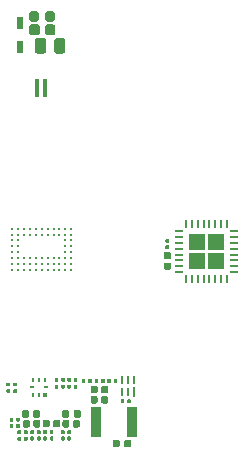
<source format=gbr>
G04 #@! TF.GenerationSoftware,KiCad,Pcbnew,(5.1.0)-1*
G04 #@! TF.CreationDate,2020-01-09T10:29:38-08:00*
G04 #@! TF.ProjectId,Miniscope-v4-Rigid-Flex,4d696e69-7363-46f7-9065-2d76342d5269,rev?*
G04 #@! TF.SameCoordinates,Original*
G04 #@! TF.FileFunction,Paste,Bot*
G04 #@! TF.FilePolarity,Positive*
%FSLAX46Y46*%
G04 Gerber Fmt 4.6, Leading zero omitted, Abs format (unit mm)*
G04 Created by KiCad (PCBNEW (5.1.0)-1) date 2020-01-09 10:29:38*
%MOMM*%
%LPD*%
G04 APERTURE LIST*
%ADD10C,0.100000*%
%ADD11C,0.310000*%
%ADD12R,0.870000X2.620000*%
%ADD13C,0.590000*%
%ADD14R,0.270000X0.740000*%
%ADD15R,0.270000X0.820000*%
%ADD16R,0.270800X0.450800*%
%ADD17R,0.370800X0.450800*%
%ADD18R,0.450800X0.270800*%
%ADD19C,0.580000*%
%ADD20C,0.250000*%
%ADD21R,0.680000X0.260000*%
%ADD22R,0.260000X0.680000*%
%ADD23R,1.350000X1.350000*%
%ADD24C,0.930000*%
%ADD25C,0.890000*%
%ADD26C,0.810000*%
%ADD27R,0.540000X1.060000*%
%ADD28R,0.450000X1.500000*%
G04 APERTURE END LIST*
D10*
G36*
X101807896Y-128239573D02*
G01*
X101815419Y-128240689D01*
X101822797Y-128242537D01*
X101829958Y-128245099D01*
X101836833Y-128248351D01*
X101843357Y-128252261D01*
X101849465Y-128256792D01*
X101855101Y-128261899D01*
X101860208Y-128267535D01*
X101864739Y-128273643D01*
X101868649Y-128280167D01*
X101871901Y-128287042D01*
X101874463Y-128294203D01*
X101876311Y-128301581D01*
X101877427Y-128309104D01*
X101877800Y-128316700D01*
X101877800Y-128501700D01*
X101877427Y-128509296D01*
X101876311Y-128516819D01*
X101874463Y-128524197D01*
X101871901Y-128531358D01*
X101868649Y-128538233D01*
X101864739Y-128544757D01*
X101860208Y-128550865D01*
X101855101Y-128556501D01*
X101849465Y-128561608D01*
X101843357Y-128566139D01*
X101836833Y-128570049D01*
X101829958Y-128573301D01*
X101822797Y-128575863D01*
X101815419Y-128577711D01*
X101807896Y-128578827D01*
X101800300Y-128579200D01*
X101645300Y-128579200D01*
X101637704Y-128578827D01*
X101630181Y-128577711D01*
X101622803Y-128575863D01*
X101615642Y-128573301D01*
X101608767Y-128570049D01*
X101602243Y-128566139D01*
X101596135Y-128561608D01*
X101590499Y-128556501D01*
X101585392Y-128550865D01*
X101580861Y-128544757D01*
X101576951Y-128538233D01*
X101573699Y-128531358D01*
X101571137Y-128524197D01*
X101569289Y-128516819D01*
X101568173Y-128509296D01*
X101567800Y-128501700D01*
X101567800Y-128316700D01*
X101568173Y-128309104D01*
X101569289Y-128301581D01*
X101571137Y-128294203D01*
X101573699Y-128287042D01*
X101576951Y-128280167D01*
X101580861Y-128273643D01*
X101585392Y-128267535D01*
X101590499Y-128261899D01*
X101596135Y-128256792D01*
X101602243Y-128252261D01*
X101608767Y-128248351D01*
X101615642Y-128245099D01*
X101622803Y-128242537D01*
X101630181Y-128240689D01*
X101637704Y-128239573D01*
X101645300Y-128239200D01*
X101800300Y-128239200D01*
X101807896Y-128239573D01*
X101807896Y-128239573D01*
G37*
D11*
X101722800Y-128409200D03*
D10*
G36*
X101257896Y-128239573D02*
G01*
X101265419Y-128240689D01*
X101272797Y-128242537D01*
X101279958Y-128245099D01*
X101286833Y-128248351D01*
X101293357Y-128252261D01*
X101299465Y-128256792D01*
X101305101Y-128261899D01*
X101310208Y-128267535D01*
X101314739Y-128273643D01*
X101318649Y-128280167D01*
X101321901Y-128287042D01*
X101324463Y-128294203D01*
X101326311Y-128301581D01*
X101327427Y-128309104D01*
X101327800Y-128316700D01*
X101327800Y-128501700D01*
X101327427Y-128509296D01*
X101326311Y-128516819D01*
X101324463Y-128524197D01*
X101321901Y-128531358D01*
X101318649Y-128538233D01*
X101314739Y-128544757D01*
X101310208Y-128550865D01*
X101305101Y-128556501D01*
X101299465Y-128561608D01*
X101293357Y-128566139D01*
X101286833Y-128570049D01*
X101279958Y-128573301D01*
X101272797Y-128575863D01*
X101265419Y-128577711D01*
X101257896Y-128578827D01*
X101250300Y-128579200D01*
X101095300Y-128579200D01*
X101087704Y-128578827D01*
X101080181Y-128577711D01*
X101072803Y-128575863D01*
X101065642Y-128573301D01*
X101058767Y-128570049D01*
X101052243Y-128566139D01*
X101046135Y-128561608D01*
X101040499Y-128556501D01*
X101035392Y-128550865D01*
X101030861Y-128544757D01*
X101026951Y-128538233D01*
X101023699Y-128531358D01*
X101021137Y-128524197D01*
X101019289Y-128516819D01*
X101018173Y-128509296D01*
X101017800Y-128501700D01*
X101017800Y-128316700D01*
X101018173Y-128309104D01*
X101019289Y-128301581D01*
X101021137Y-128294203D01*
X101023699Y-128287042D01*
X101026951Y-128280167D01*
X101030861Y-128273643D01*
X101035392Y-128267535D01*
X101040499Y-128261899D01*
X101046135Y-128256792D01*
X101052243Y-128252261D01*
X101058767Y-128248351D01*
X101065642Y-128245099D01*
X101072803Y-128242537D01*
X101080181Y-128240689D01*
X101087704Y-128239573D01*
X101095300Y-128239200D01*
X101250300Y-128239200D01*
X101257896Y-128239573D01*
X101257896Y-128239573D01*
G37*
D11*
X101172800Y-128409200D03*
D10*
G36*
X102468296Y-128747573D02*
G01*
X102475819Y-128748689D01*
X102483197Y-128750537D01*
X102490358Y-128753099D01*
X102497233Y-128756351D01*
X102503757Y-128760261D01*
X102509865Y-128764792D01*
X102515501Y-128769899D01*
X102520608Y-128775535D01*
X102525139Y-128781643D01*
X102529049Y-128788167D01*
X102532301Y-128795042D01*
X102534863Y-128802203D01*
X102536711Y-128809581D01*
X102537827Y-128817104D01*
X102538200Y-128824700D01*
X102538200Y-129009700D01*
X102537827Y-129017296D01*
X102536711Y-129024819D01*
X102534863Y-129032197D01*
X102532301Y-129039358D01*
X102529049Y-129046233D01*
X102525139Y-129052757D01*
X102520608Y-129058865D01*
X102515501Y-129064501D01*
X102509865Y-129069608D01*
X102503757Y-129074139D01*
X102497233Y-129078049D01*
X102490358Y-129081301D01*
X102483197Y-129083863D01*
X102475819Y-129085711D01*
X102468296Y-129086827D01*
X102460700Y-129087200D01*
X102305700Y-129087200D01*
X102298104Y-129086827D01*
X102290581Y-129085711D01*
X102283203Y-129083863D01*
X102276042Y-129081301D01*
X102269167Y-129078049D01*
X102262643Y-129074139D01*
X102256535Y-129069608D01*
X102250899Y-129064501D01*
X102245792Y-129058865D01*
X102241261Y-129052757D01*
X102237351Y-129046233D01*
X102234099Y-129039358D01*
X102231537Y-129032197D01*
X102229689Y-129024819D01*
X102228573Y-129017296D01*
X102228200Y-129009700D01*
X102228200Y-128824700D01*
X102228573Y-128817104D01*
X102229689Y-128809581D01*
X102231537Y-128802203D01*
X102234099Y-128795042D01*
X102237351Y-128788167D01*
X102241261Y-128781643D01*
X102245792Y-128775535D01*
X102250899Y-128769899D01*
X102256535Y-128764792D01*
X102262643Y-128760261D01*
X102269167Y-128756351D01*
X102276042Y-128753099D01*
X102283203Y-128750537D01*
X102290581Y-128748689D01*
X102298104Y-128747573D01*
X102305700Y-128747200D01*
X102460700Y-128747200D01*
X102468296Y-128747573D01*
X102468296Y-128747573D01*
G37*
D11*
X102383200Y-128917200D03*
D10*
G36*
X101918296Y-128747573D02*
G01*
X101925819Y-128748689D01*
X101933197Y-128750537D01*
X101940358Y-128753099D01*
X101947233Y-128756351D01*
X101953757Y-128760261D01*
X101959865Y-128764792D01*
X101965501Y-128769899D01*
X101970608Y-128775535D01*
X101975139Y-128781643D01*
X101979049Y-128788167D01*
X101982301Y-128795042D01*
X101984863Y-128802203D01*
X101986711Y-128809581D01*
X101987827Y-128817104D01*
X101988200Y-128824700D01*
X101988200Y-129009700D01*
X101987827Y-129017296D01*
X101986711Y-129024819D01*
X101984863Y-129032197D01*
X101982301Y-129039358D01*
X101979049Y-129046233D01*
X101975139Y-129052757D01*
X101970608Y-129058865D01*
X101965501Y-129064501D01*
X101959865Y-129069608D01*
X101953757Y-129074139D01*
X101947233Y-129078049D01*
X101940358Y-129081301D01*
X101933197Y-129083863D01*
X101925819Y-129085711D01*
X101918296Y-129086827D01*
X101910700Y-129087200D01*
X101755700Y-129087200D01*
X101748104Y-129086827D01*
X101740581Y-129085711D01*
X101733203Y-129083863D01*
X101726042Y-129081301D01*
X101719167Y-129078049D01*
X101712643Y-129074139D01*
X101706535Y-129069608D01*
X101700899Y-129064501D01*
X101695792Y-129058865D01*
X101691261Y-129052757D01*
X101687351Y-129046233D01*
X101684099Y-129039358D01*
X101681537Y-129032197D01*
X101679689Y-129024819D01*
X101678573Y-129017296D01*
X101678200Y-129009700D01*
X101678200Y-128824700D01*
X101678573Y-128817104D01*
X101679689Y-128809581D01*
X101681537Y-128802203D01*
X101684099Y-128795042D01*
X101687351Y-128788167D01*
X101691261Y-128781643D01*
X101695792Y-128775535D01*
X101700899Y-128769899D01*
X101706535Y-128764792D01*
X101712643Y-128760261D01*
X101719167Y-128756351D01*
X101726042Y-128753099D01*
X101733203Y-128750537D01*
X101740581Y-128748689D01*
X101748104Y-128747573D01*
X101755700Y-128747200D01*
X101910700Y-128747200D01*
X101918296Y-128747573D01*
X101918296Y-128747573D01*
G37*
D11*
X101833200Y-128917200D03*
D10*
G36*
X101257896Y-127680773D02*
G01*
X101265419Y-127681889D01*
X101272797Y-127683737D01*
X101279958Y-127686299D01*
X101286833Y-127689551D01*
X101293357Y-127693461D01*
X101299465Y-127697992D01*
X101305101Y-127703099D01*
X101310208Y-127708735D01*
X101314739Y-127714843D01*
X101318649Y-127721367D01*
X101321901Y-127728242D01*
X101324463Y-127735403D01*
X101326311Y-127742781D01*
X101327427Y-127750304D01*
X101327800Y-127757900D01*
X101327800Y-127942900D01*
X101327427Y-127950496D01*
X101326311Y-127958019D01*
X101324463Y-127965397D01*
X101321901Y-127972558D01*
X101318649Y-127979433D01*
X101314739Y-127985957D01*
X101310208Y-127992065D01*
X101305101Y-127997701D01*
X101299465Y-128002808D01*
X101293357Y-128007339D01*
X101286833Y-128011249D01*
X101279958Y-128014501D01*
X101272797Y-128017063D01*
X101265419Y-128018911D01*
X101257896Y-128020027D01*
X101250300Y-128020400D01*
X101095300Y-128020400D01*
X101087704Y-128020027D01*
X101080181Y-128018911D01*
X101072803Y-128017063D01*
X101065642Y-128014501D01*
X101058767Y-128011249D01*
X101052243Y-128007339D01*
X101046135Y-128002808D01*
X101040499Y-127997701D01*
X101035392Y-127992065D01*
X101030861Y-127985957D01*
X101026951Y-127979433D01*
X101023699Y-127972558D01*
X101021137Y-127965397D01*
X101019289Y-127958019D01*
X101018173Y-127950496D01*
X101017800Y-127942900D01*
X101017800Y-127757900D01*
X101018173Y-127750304D01*
X101019289Y-127742781D01*
X101021137Y-127735403D01*
X101023699Y-127728242D01*
X101026951Y-127721367D01*
X101030861Y-127714843D01*
X101035392Y-127708735D01*
X101040499Y-127703099D01*
X101046135Y-127697992D01*
X101052243Y-127693461D01*
X101058767Y-127689551D01*
X101065642Y-127686299D01*
X101072803Y-127683737D01*
X101080181Y-127681889D01*
X101087704Y-127680773D01*
X101095300Y-127680400D01*
X101250300Y-127680400D01*
X101257896Y-127680773D01*
X101257896Y-127680773D01*
G37*
D11*
X101172800Y-127850400D03*
D10*
G36*
X101807896Y-127680773D02*
G01*
X101815419Y-127681889D01*
X101822797Y-127683737D01*
X101829958Y-127686299D01*
X101836833Y-127689551D01*
X101843357Y-127693461D01*
X101849465Y-127697992D01*
X101855101Y-127703099D01*
X101860208Y-127708735D01*
X101864739Y-127714843D01*
X101868649Y-127721367D01*
X101871901Y-127728242D01*
X101874463Y-127735403D01*
X101876311Y-127742781D01*
X101877427Y-127750304D01*
X101877800Y-127757900D01*
X101877800Y-127942900D01*
X101877427Y-127950496D01*
X101876311Y-127958019D01*
X101874463Y-127965397D01*
X101871901Y-127972558D01*
X101868649Y-127979433D01*
X101864739Y-127985957D01*
X101860208Y-127992065D01*
X101855101Y-127997701D01*
X101849465Y-128002808D01*
X101843357Y-128007339D01*
X101836833Y-128011249D01*
X101829958Y-128014501D01*
X101822797Y-128017063D01*
X101815419Y-128018911D01*
X101807896Y-128020027D01*
X101800300Y-128020400D01*
X101645300Y-128020400D01*
X101637704Y-128020027D01*
X101630181Y-128018911D01*
X101622803Y-128017063D01*
X101615642Y-128014501D01*
X101608767Y-128011249D01*
X101602243Y-128007339D01*
X101596135Y-128002808D01*
X101590499Y-127997701D01*
X101585392Y-127992065D01*
X101580861Y-127985957D01*
X101576951Y-127979433D01*
X101573699Y-127972558D01*
X101571137Y-127965397D01*
X101569289Y-127958019D01*
X101568173Y-127950496D01*
X101567800Y-127942900D01*
X101567800Y-127757900D01*
X101568173Y-127750304D01*
X101569289Y-127742781D01*
X101571137Y-127735403D01*
X101573699Y-127728242D01*
X101576951Y-127721367D01*
X101580861Y-127714843D01*
X101585392Y-127708735D01*
X101590499Y-127703099D01*
X101596135Y-127697992D01*
X101602243Y-127693461D01*
X101608767Y-127689551D01*
X101615642Y-127686299D01*
X101622803Y-127683737D01*
X101630181Y-127681889D01*
X101637704Y-127680773D01*
X101645300Y-127680400D01*
X101800300Y-127680400D01*
X101807896Y-127680773D01*
X101807896Y-127680773D01*
G37*
D11*
X101722800Y-127850400D03*
D10*
G36*
X111201896Y-126139373D02*
G01*
X111209419Y-126140489D01*
X111216797Y-126142337D01*
X111223958Y-126144899D01*
X111230833Y-126148151D01*
X111237357Y-126152061D01*
X111243465Y-126156592D01*
X111249101Y-126161699D01*
X111254208Y-126167335D01*
X111258739Y-126173443D01*
X111262649Y-126179967D01*
X111265901Y-126186842D01*
X111268463Y-126194003D01*
X111270311Y-126201381D01*
X111271427Y-126208904D01*
X111271800Y-126216500D01*
X111271800Y-126401500D01*
X111271427Y-126409096D01*
X111270311Y-126416619D01*
X111268463Y-126423997D01*
X111265901Y-126431158D01*
X111262649Y-126438033D01*
X111258739Y-126444557D01*
X111254208Y-126450665D01*
X111249101Y-126456301D01*
X111243465Y-126461408D01*
X111237357Y-126465939D01*
X111230833Y-126469849D01*
X111223958Y-126473101D01*
X111216797Y-126475663D01*
X111209419Y-126477511D01*
X111201896Y-126478627D01*
X111194300Y-126479000D01*
X111039300Y-126479000D01*
X111031704Y-126478627D01*
X111024181Y-126477511D01*
X111016803Y-126475663D01*
X111009642Y-126473101D01*
X111002767Y-126469849D01*
X110996243Y-126465939D01*
X110990135Y-126461408D01*
X110984499Y-126456301D01*
X110979392Y-126450665D01*
X110974861Y-126444557D01*
X110970951Y-126438033D01*
X110967699Y-126431158D01*
X110965137Y-126423997D01*
X110963289Y-126416619D01*
X110962173Y-126409096D01*
X110961800Y-126401500D01*
X110961800Y-126216500D01*
X110962173Y-126208904D01*
X110963289Y-126201381D01*
X110965137Y-126194003D01*
X110967699Y-126186842D01*
X110970951Y-126179967D01*
X110974861Y-126173443D01*
X110979392Y-126167335D01*
X110984499Y-126161699D01*
X110990135Y-126156592D01*
X110996243Y-126152061D01*
X111002767Y-126148151D01*
X111009642Y-126144899D01*
X111016803Y-126142337D01*
X111024181Y-126140489D01*
X111031704Y-126139373D01*
X111039300Y-126139000D01*
X111194300Y-126139000D01*
X111201896Y-126139373D01*
X111201896Y-126139373D01*
G37*
D11*
X111116800Y-126309000D03*
D10*
G36*
X110651896Y-126139373D02*
G01*
X110659419Y-126140489D01*
X110666797Y-126142337D01*
X110673958Y-126144899D01*
X110680833Y-126148151D01*
X110687357Y-126152061D01*
X110693465Y-126156592D01*
X110699101Y-126161699D01*
X110704208Y-126167335D01*
X110708739Y-126173443D01*
X110712649Y-126179967D01*
X110715901Y-126186842D01*
X110718463Y-126194003D01*
X110720311Y-126201381D01*
X110721427Y-126208904D01*
X110721800Y-126216500D01*
X110721800Y-126401500D01*
X110721427Y-126409096D01*
X110720311Y-126416619D01*
X110718463Y-126423997D01*
X110715901Y-126431158D01*
X110712649Y-126438033D01*
X110708739Y-126444557D01*
X110704208Y-126450665D01*
X110699101Y-126456301D01*
X110693465Y-126461408D01*
X110687357Y-126465939D01*
X110680833Y-126469849D01*
X110673958Y-126473101D01*
X110666797Y-126475663D01*
X110659419Y-126477511D01*
X110651896Y-126478627D01*
X110644300Y-126479000D01*
X110489300Y-126479000D01*
X110481704Y-126478627D01*
X110474181Y-126477511D01*
X110466803Y-126475663D01*
X110459642Y-126473101D01*
X110452767Y-126469849D01*
X110446243Y-126465939D01*
X110440135Y-126461408D01*
X110434499Y-126456301D01*
X110429392Y-126450665D01*
X110424861Y-126444557D01*
X110420951Y-126438033D01*
X110417699Y-126431158D01*
X110415137Y-126423997D01*
X110413289Y-126416619D01*
X110412173Y-126409096D01*
X110411800Y-126401500D01*
X110411800Y-126216500D01*
X110412173Y-126208904D01*
X110413289Y-126201381D01*
X110415137Y-126194003D01*
X110417699Y-126186842D01*
X110420951Y-126179967D01*
X110424861Y-126173443D01*
X110429392Y-126167335D01*
X110434499Y-126161699D01*
X110440135Y-126156592D01*
X110446243Y-126152061D01*
X110452767Y-126148151D01*
X110459642Y-126144899D01*
X110466803Y-126142337D01*
X110474181Y-126140489D01*
X110481704Y-126139373D01*
X110489300Y-126139000D01*
X110644300Y-126139000D01*
X110651896Y-126139373D01*
X110651896Y-126139373D01*
G37*
D11*
X110566800Y-126309000D03*
D10*
G36*
X107353896Y-124404173D02*
G01*
X107361419Y-124405289D01*
X107368797Y-124407137D01*
X107375958Y-124409699D01*
X107382833Y-124412951D01*
X107389357Y-124416861D01*
X107395465Y-124421392D01*
X107401101Y-124426499D01*
X107406208Y-124432135D01*
X107410739Y-124438243D01*
X107414649Y-124444767D01*
X107417901Y-124451642D01*
X107420463Y-124458803D01*
X107422311Y-124466181D01*
X107423427Y-124473704D01*
X107423800Y-124481300D01*
X107423800Y-124666300D01*
X107423427Y-124673896D01*
X107422311Y-124681419D01*
X107420463Y-124688797D01*
X107417901Y-124695958D01*
X107414649Y-124702833D01*
X107410739Y-124709357D01*
X107406208Y-124715465D01*
X107401101Y-124721101D01*
X107395465Y-124726208D01*
X107389357Y-124730739D01*
X107382833Y-124734649D01*
X107375958Y-124737901D01*
X107368797Y-124740463D01*
X107361419Y-124742311D01*
X107353896Y-124743427D01*
X107346300Y-124743800D01*
X107191300Y-124743800D01*
X107183704Y-124743427D01*
X107176181Y-124742311D01*
X107168803Y-124740463D01*
X107161642Y-124737901D01*
X107154767Y-124734649D01*
X107148243Y-124730739D01*
X107142135Y-124726208D01*
X107136499Y-124721101D01*
X107131392Y-124715465D01*
X107126861Y-124709357D01*
X107122951Y-124702833D01*
X107119699Y-124695958D01*
X107117137Y-124688797D01*
X107115289Y-124681419D01*
X107114173Y-124673896D01*
X107113800Y-124666300D01*
X107113800Y-124481300D01*
X107114173Y-124473704D01*
X107115289Y-124466181D01*
X107117137Y-124458803D01*
X107119699Y-124451642D01*
X107122951Y-124444767D01*
X107126861Y-124438243D01*
X107131392Y-124432135D01*
X107136499Y-124426499D01*
X107142135Y-124421392D01*
X107148243Y-124416861D01*
X107154767Y-124412951D01*
X107161642Y-124409699D01*
X107168803Y-124407137D01*
X107176181Y-124405289D01*
X107183704Y-124404173D01*
X107191300Y-124403800D01*
X107346300Y-124403800D01*
X107353896Y-124404173D01*
X107353896Y-124404173D01*
G37*
D11*
X107268800Y-124573800D03*
D10*
G36*
X107903896Y-124404173D02*
G01*
X107911419Y-124405289D01*
X107918797Y-124407137D01*
X107925958Y-124409699D01*
X107932833Y-124412951D01*
X107939357Y-124416861D01*
X107945465Y-124421392D01*
X107951101Y-124426499D01*
X107956208Y-124432135D01*
X107960739Y-124438243D01*
X107964649Y-124444767D01*
X107967901Y-124451642D01*
X107970463Y-124458803D01*
X107972311Y-124466181D01*
X107973427Y-124473704D01*
X107973800Y-124481300D01*
X107973800Y-124666300D01*
X107973427Y-124673896D01*
X107972311Y-124681419D01*
X107970463Y-124688797D01*
X107967901Y-124695958D01*
X107964649Y-124702833D01*
X107960739Y-124709357D01*
X107956208Y-124715465D01*
X107951101Y-124721101D01*
X107945465Y-124726208D01*
X107939357Y-124730739D01*
X107932833Y-124734649D01*
X107925958Y-124737901D01*
X107918797Y-124740463D01*
X107911419Y-124742311D01*
X107903896Y-124743427D01*
X107896300Y-124743800D01*
X107741300Y-124743800D01*
X107733704Y-124743427D01*
X107726181Y-124742311D01*
X107718803Y-124740463D01*
X107711642Y-124737901D01*
X107704767Y-124734649D01*
X107698243Y-124730739D01*
X107692135Y-124726208D01*
X107686499Y-124721101D01*
X107681392Y-124715465D01*
X107676861Y-124709357D01*
X107672951Y-124702833D01*
X107669699Y-124695958D01*
X107667137Y-124688797D01*
X107665289Y-124681419D01*
X107664173Y-124673896D01*
X107663800Y-124666300D01*
X107663800Y-124481300D01*
X107664173Y-124473704D01*
X107665289Y-124466181D01*
X107667137Y-124458803D01*
X107669699Y-124451642D01*
X107672951Y-124444767D01*
X107676861Y-124438243D01*
X107681392Y-124432135D01*
X107686499Y-124426499D01*
X107692135Y-124421392D01*
X107698243Y-124416861D01*
X107704767Y-124412951D01*
X107711642Y-124409699D01*
X107718803Y-124407137D01*
X107726181Y-124405289D01*
X107733704Y-124404173D01*
X107741300Y-124403800D01*
X107896300Y-124403800D01*
X107903896Y-124404173D01*
X107903896Y-124404173D01*
G37*
D11*
X107818800Y-124573800D03*
D12*
X108330200Y-128061600D03*
X111380200Y-128061600D03*
D10*
G36*
X106895358Y-127048510D02*
G01*
X106909676Y-127050634D01*
X106923717Y-127054151D01*
X106937346Y-127059028D01*
X106950431Y-127065217D01*
X106962847Y-127072658D01*
X106974473Y-127081281D01*
X106985198Y-127091002D01*
X106994919Y-127101727D01*
X107003542Y-127113353D01*
X107010983Y-127125769D01*
X107017172Y-127138854D01*
X107022049Y-127152483D01*
X107025566Y-127166524D01*
X107027690Y-127180842D01*
X107028400Y-127195300D01*
X107028400Y-127540300D01*
X107027690Y-127554758D01*
X107025566Y-127569076D01*
X107022049Y-127583117D01*
X107017172Y-127596746D01*
X107010983Y-127609831D01*
X107003542Y-127622247D01*
X106994919Y-127633873D01*
X106985198Y-127644598D01*
X106974473Y-127654319D01*
X106962847Y-127662942D01*
X106950431Y-127670383D01*
X106937346Y-127676572D01*
X106923717Y-127681449D01*
X106909676Y-127684966D01*
X106895358Y-127687090D01*
X106880900Y-127687800D01*
X106585900Y-127687800D01*
X106571442Y-127687090D01*
X106557124Y-127684966D01*
X106543083Y-127681449D01*
X106529454Y-127676572D01*
X106516369Y-127670383D01*
X106503953Y-127662942D01*
X106492327Y-127654319D01*
X106481602Y-127644598D01*
X106471881Y-127633873D01*
X106463258Y-127622247D01*
X106455817Y-127609831D01*
X106449628Y-127596746D01*
X106444751Y-127583117D01*
X106441234Y-127569076D01*
X106439110Y-127554758D01*
X106438400Y-127540300D01*
X106438400Y-127195300D01*
X106439110Y-127180842D01*
X106441234Y-127166524D01*
X106444751Y-127152483D01*
X106449628Y-127138854D01*
X106455817Y-127125769D01*
X106463258Y-127113353D01*
X106471881Y-127101727D01*
X106481602Y-127091002D01*
X106492327Y-127081281D01*
X106503953Y-127072658D01*
X106516369Y-127065217D01*
X106529454Y-127059028D01*
X106543083Y-127054151D01*
X106557124Y-127050634D01*
X106571442Y-127048510D01*
X106585900Y-127047800D01*
X106880900Y-127047800D01*
X106895358Y-127048510D01*
X106895358Y-127048510D01*
G37*
D13*
X106733400Y-127367800D03*
D10*
G36*
X105925358Y-127048510D02*
G01*
X105939676Y-127050634D01*
X105953717Y-127054151D01*
X105967346Y-127059028D01*
X105980431Y-127065217D01*
X105992847Y-127072658D01*
X106004473Y-127081281D01*
X106015198Y-127091002D01*
X106024919Y-127101727D01*
X106033542Y-127113353D01*
X106040983Y-127125769D01*
X106047172Y-127138854D01*
X106052049Y-127152483D01*
X106055566Y-127166524D01*
X106057690Y-127180842D01*
X106058400Y-127195300D01*
X106058400Y-127540300D01*
X106057690Y-127554758D01*
X106055566Y-127569076D01*
X106052049Y-127583117D01*
X106047172Y-127596746D01*
X106040983Y-127609831D01*
X106033542Y-127622247D01*
X106024919Y-127633873D01*
X106015198Y-127644598D01*
X106004473Y-127654319D01*
X105992847Y-127662942D01*
X105980431Y-127670383D01*
X105967346Y-127676572D01*
X105953717Y-127681449D01*
X105939676Y-127684966D01*
X105925358Y-127687090D01*
X105910900Y-127687800D01*
X105615900Y-127687800D01*
X105601442Y-127687090D01*
X105587124Y-127684966D01*
X105573083Y-127681449D01*
X105559454Y-127676572D01*
X105546369Y-127670383D01*
X105533953Y-127662942D01*
X105522327Y-127654319D01*
X105511602Y-127644598D01*
X105501881Y-127633873D01*
X105493258Y-127622247D01*
X105485817Y-127609831D01*
X105479628Y-127596746D01*
X105474751Y-127583117D01*
X105471234Y-127569076D01*
X105469110Y-127554758D01*
X105468400Y-127540300D01*
X105468400Y-127195300D01*
X105469110Y-127180842D01*
X105471234Y-127166524D01*
X105474751Y-127152483D01*
X105479628Y-127138854D01*
X105485817Y-127125769D01*
X105493258Y-127113353D01*
X105501881Y-127101727D01*
X105511602Y-127091002D01*
X105522327Y-127081281D01*
X105533953Y-127072658D01*
X105546369Y-127065217D01*
X105559454Y-127059028D01*
X105573083Y-127054151D01*
X105587124Y-127050634D01*
X105601442Y-127048510D01*
X105615900Y-127047800D01*
X105910900Y-127047800D01*
X105925358Y-127048510D01*
X105925358Y-127048510D01*
G37*
D13*
X105763400Y-127367800D03*
D10*
G36*
X102496358Y-127048510D02*
G01*
X102510676Y-127050634D01*
X102524717Y-127054151D01*
X102538346Y-127059028D01*
X102551431Y-127065217D01*
X102563847Y-127072658D01*
X102575473Y-127081281D01*
X102586198Y-127091002D01*
X102595919Y-127101727D01*
X102604542Y-127113353D01*
X102611983Y-127125769D01*
X102618172Y-127138854D01*
X102623049Y-127152483D01*
X102626566Y-127166524D01*
X102628690Y-127180842D01*
X102629400Y-127195300D01*
X102629400Y-127540300D01*
X102628690Y-127554758D01*
X102626566Y-127569076D01*
X102623049Y-127583117D01*
X102618172Y-127596746D01*
X102611983Y-127609831D01*
X102604542Y-127622247D01*
X102595919Y-127633873D01*
X102586198Y-127644598D01*
X102575473Y-127654319D01*
X102563847Y-127662942D01*
X102551431Y-127670383D01*
X102538346Y-127676572D01*
X102524717Y-127681449D01*
X102510676Y-127684966D01*
X102496358Y-127687090D01*
X102481900Y-127687800D01*
X102186900Y-127687800D01*
X102172442Y-127687090D01*
X102158124Y-127684966D01*
X102144083Y-127681449D01*
X102130454Y-127676572D01*
X102117369Y-127670383D01*
X102104953Y-127662942D01*
X102093327Y-127654319D01*
X102082602Y-127644598D01*
X102072881Y-127633873D01*
X102064258Y-127622247D01*
X102056817Y-127609831D01*
X102050628Y-127596746D01*
X102045751Y-127583117D01*
X102042234Y-127569076D01*
X102040110Y-127554758D01*
X102039400Y-127540300D01*
X102039400Y-127195300D01*
X102040110Y-127180842D01*
X102042234Y-127166524D01*
X102045751Y-127152483D01*
X102050628Y-127138854D01*
X102056817Y-127125769D01*
X102064258Y-127113353D01*
X102072881Y-127101727D01*
X102082602Y-127091002D01*
X102093327Y-127081281D01*
X102104953Y-127072658D01*
X102117369Y-127065217D01*
X102130454Y-127059028D01*
X102144083Y-127054151D01*
X102158124Y-127050634D01*
X102172442Y-127048510D01*
X102186900Y-127047800D01*
X102481900Y-127047800D01*
X102496358Y-127048510D01*
X102496358Y-127048510D01*
G37*
D13*
X102334400Y-127367800D03*
D10*
G36*
X103466358Y-127048510D02*
G01*
X103480676Y-127050634D01*
X103494717Y-127054151D01*
X103508346Y-127059028D01*
X103521431Y-127065217D01*
X103533847Y-127072658D01*
X103545473Y-127081281D01*
X103556198Y-127091002D01*
X103565919Y-127101727D01*
X103574542Y-127113353D01*
X103581983Y-127125769D01*
X103588172Y-127138854D01*
X103593049Y-127152483D01*
X103596566Y-127166524D01*
X103598690Y-127180842D01*
X103599400Y-127195300D01*
X103599400Y-127540300D01*
X103598690Y-127554758D01*
X103596566Y-127569076D01*
X103593049Y-127583117D01*
X103588172Y-127596746D01*
X103581983Y-127609831D01*
X103574542Y-127622247D01*
X103565919Y-127633873D01*
X103556198Y-127644598D01*
X103545473Y-127654319D01*
X103533847Y-127662942D01*
X103521431Y-127670383D01*
X103508346Y-127676572D01*
X103494717Y-127681449D01*
X103480676Y-127684966D01*
X103466358Y-127687090D01*
X103451900Y-127687800D01*
X103156900Y-127687800D01*
X103142442Y-127687090D01*
X103128124Y-127684966D01*
X103114083Y-127681449D01*
X103100454Y-127676572D01*
X103087369Y-127670383D01*
X103074953Y-127662942D01*
X103063327Y-127654319D01*
X103052602Y-127644598D01*
X103042881Y-127633873D01*
X103034258Y-127622247D01*
X103026817Y-127609831D01*
X103020628Y-127596746D01*
X103015751Y-127583117D01*
X103012234Y-127569076D01*
X103010110Y-127554758D01*
X103009400Y-127540300D01*
X103009400Y-127195300D01*
X103010110Y-127180842D01*
X103012234Y-127166524D01*
X103015751Y-127152483D01*
X103020628Y-127138854D01*
X103026817Y-127125769D01*
X103034258Y-127113353D01*
X103042881Y-127101727D01*
X103052602Y-127091002D01*
X103063327Y-127081281D01*
X103074953Y-127072658D01*
X103087369Y-127065217D01*
X103100454Y-127059028D01*
X103114083Y-127054151D01*
X103128124Y-127050634D01*
X103142442Y-127048510D01*
X103156900Y-127047800D01*
X103451900Y-127047800D01*
X103466358Y-127048510D01*
X103466358Y-127048510D01*
G37*
D13*
X103304400Y-127367800D03*
D14*
X111523600Y-124475600D03*
X111023600Y-124475600D03*
X110523600Y-124475600D03*
X110523600Y-125535600D03*
X111023600Y-125535600D03*
D15*
X111523600Y-125495600D03*
D10*
G36*
X106134696Y-124886773D02*
G01*
X106142219Y-124887889D01*
X106149597Y-124889737D01*
X106156758Y-124892299D01*
X106163633Y-124895551D01*
X106170157Y-124899461D01*
X106176265Y-124903992D01*
X106181901Y-124909099D01*
X106187008Y-124914735D01*
X106191539Y-124920843D01*
X106195449Y-124927367D01*
X106198701Y-124934242D01*
X106201263Y-124941403D01*
X106203111Y-124948781D01*
X106204227Y-124956304D01*
X106204600Y-124963900D01*
X106204600Y-125148900D01*
X106204227Y-125156496D01*
X106203111Y-125164019D01*
X106201263Y-125171397D01*
X106198701Y-125178558D01*
X106195449Y-125185433D01*
X106191539Y-125191957D01*
X106187008Y-125198065D01*
X106181901Y-125203701D01*
X106176265Y-125208808D01*
X106170157Y-125213339D01*
X106163633Y-125217249D01*
X106156758Y-125220501D01*
X106149597Y-125223063D01*
X106142219Y-125224911D01*
X106134696Y-125226027D01*
X106127100Y-125226400D01*
X105972100Y-125226400D01*
X105964504Y-125226027D01*
X105956981Y-125224911D01*
X105949603Y-125223063D01*
X105942442Y-125220501D01*
X105935567Y-125217249D01*
X105929043Y-125213339D01*
X105922935Y-125208808D01*
X105917299Y-125203701D01*
X105912192Y-125198065D01*
X105907661Y-125191957D01*
X105903751Y-125185433D01*
X105900499Y-125178558D01*
X105897937Y-125171397D01*
X105896089Y-125164019D01*
X105894973Y-125156496D01*
X105894600Y-125148900D01*
X105894600Y-124963900D01*
X105894973Y-124956304D01*
X105896089Y-124948781D01*
X105897937Y-124941403D01*
X105900499Y-124934242D01*
X105903751Y-124927367D01*
X105907661Y-124920843D01*
X105912192Y-124914735D01*
X105917299Y-124909099D01*
X105922935Y-124903992D01*
X105929043Y-124899461D01*
X105935567Y-124895551D01*
X105942442Y-124892299D01*
X105949603Y-124889737D01*
X105956981Y-124887889D01*
X105964504Y-124886773D01*
X105972100Y-124886400D01*
X106127100Y-124886400D01*
X106134696Y-124886773D01*
X106134696Y-124886773D01*
G37*
D11*
X106049600Y-125056400D03*
D10*
G36*
X106684696Y-124886773D02*
G01*
X106692219Y-124887889D01*
X106699597Y-124889737D01*
X106706758Y-124892299D01*
X106713633Y-124895551D01*
X106720157Y-124899461D01*
X106726265Y-124903992D01*
X106731901Y-124909099D01*
X106737008Y-124914735D01*
X106741539Y-124920843D01*
X106745449Y-124927367D01*
X106748701Y-124934242D01*
X106751263Y-124941403D01*
X106753111Y-124948781D01*
X106754227Y-124956304D01*
X106754600Y-124963900D01*
X106754600Y-125148900D01*
X106754227Y-125156496D01*
X106753111Y-125164019D01*
X106751263Y-125171397D01*
X106748701Y-125178558D01*
X106745449Y-125185433D01*
X106741539Y-125191957D01*
X106737008Y-125198065D01*
X106731901Y-125203701D01*
X106726265Y-125208808D01*
X106720157Y-125213339D01*
X106713633Y-125217249D01*
X106706758Y-125220501D01*
X106699597Y-125223063D01*
X106692219Y-125224911D01*
X106684696Y-125226027D01*
X106677100Y-125226400D01*
X106522100Y-125226400D01*
X106514504Y-125226027D01*
X106506981Y-125224911D01*
X106499603Y-125223063D01*
X106492442Y-125220501D01*
X106485567Y-125217249D01*
X106479043Y-125213339D01*
X106472935Y-125208808D01*
X106467299Y-125203701D01*
X106462192Y-125198065D01*
X106457661Y-125191957D01*
X106453751Y-125185433D01*
X106450499Y-125178558D01*
X106447937Y-125171397D01*
X106446089Y-125164019D01*
X106444973Y-125156496D01*
X106444600Y-125148900D01*
X106444600Y-124963900D01*
X106444973Y-124956304D01*
X106446089Y-124948781D01*
X106447937Y-124941403D01*
X106450499Y-124934242D01*
X106453751Y-124927367D01*
X106457661Y-124920843D01*
X106462192Y-124914735D01*
X106467299Y-124909099D01*
X106472935Y-124903992D01*
X106479043Y-124899461D01*
X106485567Y-124895551D01*
X106492442Y-124892299D01*
X106499603Y-124889737D01*
X106506981Y-124887889D01*
X106514504Y-124886773D01*
X106522100Y-124886400D01*
X106677100Y-124886400D01*
X106684696Y-124886773D01*
X106684696Y-124886773D01*
G37*
D11*
X106599600Y-125056400D03*
D10*
G36*
X106151296Y-129280973D02*
G01*
X106158819Y-129282089D01*
X106166197Y-129283937D01*
X106173358Y-129286499D01*
X106180233Y-129289751D01*
X106186757Y-129293661D01*
X106192865Y-129298192D01*
X106198501Y-129303299D01*
X106203608Y-129308935D01*
X106208139Y-129315043D01*
X106212049Y-129321567D01*
X106215301Y-129328442D01*
X106217863Y-129335603D01*
X106219711Y-129342981D01*
X106220827Y-129350504D01*
X106221200Y-129358100D01*
X106221200Y-129543100D01*
X106220827Y-129550696D01*
X106219711Y-129558219D01*
X106217863Y-129565597D01*
X106215301Y-129572758D01*
X106212049Y-129579633D01*
X106208139Y-129586157D01*
X106203608Y-129592265D01*
X106198501Y-129597901D01*
X106192865Y-129603008D01*
X106186757Y-129607539D01*
X106180233Y-129611449D01*
X106173358Y-129614701D01*
X106166197Y-129617263D01*
X106158819Y-129619111D01*
X106151296Y-129620227D01*
X106143700Y-129620600D01*
X105988700Y-129620600D01*
X105981104Y-129620227D01*
X105973581Y-129619111D01*
X105966203Y-129617263D01*
X105959042Y-129614701D01*
X105952167Y-129611449D01*
X105945643Y-129607539D01*
X105939535Y-129603008D01*
X105933899Y-129597901D01*
X105928792Y-129592265D01*
X105924261Y-129586157D01*
X105920351Y-129579633D01*
X105917099Y-129572758D01*
X105914537Y-129565597D01*
X105912689Y-129558219D01*
X105911573Y-129550696D01*
X105911200Y-129543100D01*
X105911200Y-129358100D01*
X105911573Y-129350504D01*
X105912689Y-129342981D01*
X105914537Y-129335603D01*
X105917099Y-129328442D01*
X105920351Y-129321567D01*
X105924261Y-129315043D01*
X105928792Y-129308935D01*
X105933899Y-129303299D01*
X105939535Y-129298192D01*
X105945643Y-129293661D01*
X105952167Y-129289751D01*
X105959042Y-129286499D01*
X105966203Y-129283937D01*
X105973581Y-129282089D01*
X105981104Y-129280973D01*
X105988700Y-129280600D01*
X106143700Y-129280600D01*
X106151296Y-129280973D01*
X106151296Y-129280973D01*
G37*
D11*
X106066200Y-129450600D03*
D10*
G36*
X105601296Y-129280973D02*
G01*
X105608819Y-129282089D01*
X105616197Y-129283937D01*
X105623358Y-129286499D01*
X105630233Y-129289751D01*
X105636757Y-129293661D01*
X105642865Y-129298192D01*
X105648501Y-129303299D01*
X105653608Y-129308935D01*
X105658139Y-129315043D01*
X105662049Y-129321567D01*
X105665301Y-129328442D01*
X105667863Y-129335603D01*
X105669711Y-129342981D01*
X105670827Y-129350504D01*
X105671200Y-129358100D01*
X105671200Y-129543100D01*
X105670827Y-129550696D01*
X105669711Y-129558219D01*
X105667863Y-129565597D01*
X105665301Y-129572758D01*
X105662049Y-129579633D01*
X105658139Y-129586157D01*
X105653608Y-129592265D01*
X105648501Y-129597901D01*
X105642865Y-129603008D01*
X105636757Y-129607539D01*
X105630233Y-129611449D01*
X105623358Y-129614701D01*
X105616197Y-129617263D01*
X105608819Y-129619111D01*
X105601296Y-129620227D01*
X105593700Y-129620600D01*
X105438700Y-129620600D01*
X105431104Y-129620227D01*
X105423581Y-129619111D01*
X105416203Y-129617263D01*
X105409042Y-129614701D01*
X105402167Y-129611449D01*
X105395643Y-129607539D01*
X105389535Y-129603008D01*
X105383899Y-129597901D01*
X105378792Y-129592265D01*
X105374261Y-129586157D01*
X105370351Y-129579633D01*
X105367099Y-129572758D01*
X105364537Y-129565597D01*
X105362689Y-129558219D01*
X105361573Y-129550696D01*
X105361200Y-129543100D01*
X105361200Y-129358100D01*
X105361573Y-129350504D01*
X105362689Y-129342981D01*
X105364537Y-129335603D01*
X105367099Y-129328442D01*
X105370351Y-129321567D01*
X105374261Y-129315043D01*
X105378792Y-129308935D01*
X105383899Y-129303299D01*
X105389535Y-129298192D01*
X105395643Y-129293661D01*
X105402167Y-129289751D01*
X105409042Y-129286499D01*
X105416203Y-129283937D01*
X105423581Y-129282089D01*
X105431104Y-129280973D01*
X105438700Y-129280600D01*
X105593700Y-129280600D01*
X105601296Y-129280973D01*
X105601296Y-129280973D01*
G37*
D11*
X105516200Y-129450600D03*
D10*
G36*
X105617896Y-124302573D02*
G01*
X105625419Y-124303689D01*
X105632797Y-124305537D01*
X105639958Y-124308099D01*
X105646833Y-124311351D01*
X105653357Y-124315261D01*
X105659465Y-124319792D01*
X105665101Y-124324899D01*
X105670208Y-124330535D01*
X105674739Y-124336643D01*
X105678649Y-124343167D01*
X105681901Y-124350042D01*
X105684463Y-124357203D01*
X105686311Y-124364581D01*
X105687427Y-124372104D01*
X105687800Y-124379700D01*
X105687800Y-124564700D01*
X105687427Y-124572296D01*
X105686311Y-124579819D01*
X105684463Y-124587197D01*
X105681901Y-124594358D01*
X105678649Y-124601233D01*
X105674739Y-124607757D01*
X105670208Y-124613865D01*
X105665101Y-124619501D01*
X105659465Y-124624608D01*
X105653357Y-124629139D01*
X105646833Y-124633049D01*
X105639958Y-124636301D01*
X105632797Y-124638863D01*
X105625419Y-124640711D01*
X105617896Y-124641827D01*
X105610300Y-124642200D01*
X105455300Y-124642200D01*
X105447704Y-124641827D01*
X105440181Y-124640711D01*
X105432803Y-124638863D01*
X105425642Y-124636301D01*
X105418767Y-124633049D01*
X105412243Y-124629139D01*
X105406135Y-124624608D01*
X105400499Y-124619501D01*
X105395392Y-124613865D01*
X105390861Y-124607757D01*
X105386951Y-124601233D01*
X105383699Y-124594358D01*
X105381137Y-124587197D01*
X105379289Y-124579819D01*
X105378173Y-124572296D01*
X105377800Y-124564700D01*
X105377800Y-124379700D01*
X105378173Y-124372104D01*
X105379289Y-124364581D01*
X105381137Y-124357203D01*
X105383699Y-124350042D01*
X105386951Y-124343167D01*
X105390861Y-124336643D01*
X105395392Y-124330535D01*
X105400499Y-124324899D01*
X105406135Y-124319792D01*
X105412243Y-124315261D01*
X105418767Y-124311351D01*
X105425642Y-124308099D01*
X105432803Y-124305537D01*
X105440181Y-124303689D01*
X105447704Y-124302573D01*
X105455300Y-124302200D01*
X105610300Y-124302200D01*
X105617896Y-124302573D01*
X105617896Y-124302573D01*
G37*
D11*
X105532800Y-124472200D03*
D10*
G36*
X105067896Y-124302573D02*
G01*
X105075419Y-124303689D01*
X105082797Y-124305537D01*
X105089958Y-124308099D01*
X105096833Y-124311351D01*
X105103357Y-124315261D01*
X105109465Y-124319792D01*
X105115101Y-124324899D01*
X105120208Y-124330535D01*
X105124739Y-124336643D01*
X105128649Y-124343167D01*
X105131901Y-124350042D01*
X105134463Y-124357203D01*
X105136311Y-124364581D01*
X105137427Y-124372104D01*
X105137800Y-124379700D01*
X105137800Y-124564700D01*
X105137427Y-124572296D01*
X105136311Y-124579819D01*
X105134463Y-124587197D01*
X105131901Y-124594358D01*
X105128649Y-124601233D01*
X105124739Y-124607757D01*
X105120208Y-124613865D01*
X105115101Y-124619501D01*
X105109465Y-124624608D01*
X105103357Y-124629139D01*
X105096833Y-124633049D01*
X105089958Y-124636301D01*
X105082797Y-124638863D01*
X105075419Y-124640711D01*
X105067896Y-124641827D01*
X105060300Y-124642200D01*
X104905300Y-124642200D01*
X104897704Y-124641827D01*
X104890181Y-124640711D01*
X104882803Y-124638863D01*
X104875642Y-124636301D01*
X104868767Y-124633049D01*
X104862243Y-124629139D01*
X104856135Y-124624608D01*
X104850499Y-124619501D01*
X104845392Y-124613865D01*
X104840861Y-124607757D01*
X104836951Y-124601233D01*
X104833699Y-124594358D01*
X104831137Y-124587197D01*
X104829289Y-124579819D01*
X104828173Y-124572296D01*
X104827800Y-124564700D01*
X104827800Y-124379700D01*
X104828173Y-124372104D01*
X104829289Y-124364581D01*
X104831137Y-124357203D01*
X104833699Y-124350042D01*
X104836951Y-124343167D01*
X104840861Y-124336643D01*
X104845392Y-124330535D01*
X104850499Y-124324899D01*
X104856135Y-124319792D01*
X104862243Y-124315261D01*
X104868767Y-124311351D01*
X104875642Y-124308099D01*
X104882803Y-124305537D01*
X104890181Y-124303689D01*
X104897704Y-124302573D01*
X104905300Y-124302200D01*
X105060300Y-124302200D01*
X105067896Y-124302573D01*
X105067896Y-124302573D01*
G37*
D11*
X104982800Y-124472200D03*
D10*
G36*
X111162558Y-129571110D02*
G01*
X111176876Y-129573234D01*
X111190917Y-129576751D01*
X111204546Y-129581628D01*
X111217631Y-129587817D01*
X111230047Y-129595258D01*
X111241673Y-129603881D01*
X111252398Y-129613602D01*
X111262119Y-129624327D01*
X111270742Y-129635953D01*
X111278183Y-129648369D01*
X111284372Y-129661454D01*
X111289249Y-129675083D01*
X111292766Y-129689124D01*
X111294890Y-129703442D01*
X111295600Y-129717900D01*
X111295600Y-130062900D01*
X111294890Y-130077358D01*
X111292766Y-130091676D01*
X111289249Y-130105717D01*
X111284372Y-130119346D01*
X111278183Y-130132431D01*
X111270742Y-130144847D01*
X111262119Y-130156473D01*
X111252398Y-130167198D01*
X111241673Y-130176919D01*
X111230047Y-130185542D01*
X111217631Y-130192983D01*
X111204546Y-130199172D01*
X111190917Y-130204049D01*
X111176876Y-130207566D01*
X111162558Y-130209690D01*
X111148100Y-130210400D01*
X110853100Y-130210400D01*
X110838642Y-130209690D01*
X110824324Y-130207566D01*
X110810283Y-130204049D01*
X110796654Y-130199172D01*
X110783569Y-130192983D01*
X110771153Y-130185542D01*
X110759527Y-130176919D01*
X110748802Y-130167198D01*
X110739081Y-130156473D01*
X110730458Y-130144847D01*
X110723017Y-130132431D01*
X110716828Y-130119346D01*
X110711951Y-130105717D01*
X110708434Y-130091676D01*
X110706310Y-130077358D01*
X110705600Y-130062900D01*
X110705600Y-129717900D01*
X110706310Y-129703442D01*
X110708434Y-129689124D01*
X110711951Y-129675083D01*
X110716828Y-129661454D01*
X110723017Y-129648369D01*
X110730458Y-129635953D01*
X110739081Y-129624327D01*
X110748802Y-129613602D01*
X110759527Y-129603881D01*
X110771153Y-129595258D01*
X110783569Y-129587817D01*
X110796654Y-129581628D01*
X110810283Y-129576751D01*
X110824324Y-129573234D01*
X110838642Y-129571110D01*
X110853100Y-129570400D01*
X111148100Y-129570400D01*
X111162558Y-129571110D01*
X111162558Y-129571110D01*
G37*
D13*
X111000600Y-129890400D03*
D10*
G36*
X110192558Y-129571110D02*
G01*
X110206876Y-129573234D01*
X110220917Y-129576751D01*
X110234546Y-129581628D01*
X110247631Y-129587817D01*
X110260047Y-129595258D01*
X110271673Y-129603881D01*
X110282398Y-129613602D01*
X110292119Y-129624327D01*
X110300742Y-129635953D01*
X110308183Y-129648369D01*
X110314372Y-129661454D01*
X110319249Y-129675083D01*
X110322766Y-129689124D01*
X110324890Y-129703442D01*
X110325600Y-129717900D01*
X110325600Y-130062900D01*
X110324890Y-130077358D01*
X110322766Y-130091676D01*
X110319249Y-130105717D01*
X110314372Y-130119346D01*
X110308183Y-130132431D01*
X110300742Y-130144847D01*
X110292119Y-130156473D01*
X110282398Y-130167198D01*
X110271673Y-130176919D01*
X110260047Y-130185542D01*
X110247631Y-130192983D01*
X110234546Y-130199172D01*
X110220917Y-130204049D01*
X110206876Y-130207566D01*
X110192558Y-130209690D01*
X110178100Y-130210400D01*
X109883100Y-130210400D01*
X109868642Y-130209690D01*
X109854324Y-130207566D01*
X109840283Y-130204049D01*
X109826654Y-130199172D01*
X109813569Y-130192983D01*
X109801153Y-130185542D01*
X109789527Y-130176919D01*
X109778802Y-130167198D01*
X109769081Y-130156473D01*
X109760458Y-130144847D01*
X109753017Y-130132431D01*
X109746828Y-130119346D01*
X109741951Y-130105717D01*
X109738434Y-130091676D01*
X109736310Y-130077358D01*
X109735600Y-130062900D01*
X109735600Y-129717900D01*
X109736310Y-129703442D01*
X109738434Y-129689124D01*
X109741951Y-129675083D01*
X109746828Y-129661454D01*
X109753017Y-129648369D01*
X109760458Y-129635953D01*
X109769081Y-129624327D01*
X109778802Y-129613602D01*
X109789527Y-129603881D01*
X109801153Y-129595258D01*
X109813569Y-129587817D01*
X109826654Y-129581628D01*
X109840283Y-129576751D01*
X109854324Y-129573234D01*
X109868642Y-129571110D01*
X109883100Y-129570400D01*
X110178100Y-129570400D01*
X110192558Y-129571110D01*
X110192558Y-129571110D01*
G37*
D13*
X110030600Y-129890400D03*
D10*
G36*
X105617896Y-124886773D02*
G01*
X105625419Y-124887889D01*
X105632797Y-124889737D01*
X105639958Y-124892299D01*
X105646833Y-124895551D01*
X105653357Y-124899461D01*
X105659465Y-124903992D01*
X105665101Y-124909099D01*
X105670208Y-124914735D01*
X105674739Y-124920843D01*
X105678649Y-124927367D01*
X105681901Y-124934242D01*
X105684463Y-124941403D01*
X105686311Y-124948781D01*
X105687427Y-124956304D01*
X105687800Y-124963900D01*
X105687800Y-125148900D01*
X105687427Y-125156496D01*
X105686311Y-125164019D01*
X105684463Y-125171397D01*
X105681901Y-125178558D01*
X105678649Y-125185433D01*
X105674739Y-125191957D01*
X105670208Y-125198065D01*
X105665101Y-125203701D01*
X105659465Y-125208808D01*
X105653357Y-125213339D01*
X105646833Y-125217249D01*
X105639958Y-125220501D01*
X105632797Y-125223063D01*
X105625419Y-125224911D01*
X105617896Y-125226027D01*
X105610300Y-125226400D01*
X105455300Y-125226400D01*
X105447704Y-125226027D01*
X105440181Y-125224911D01*
X105432803Y-125223063D01*
X105425642Y-125220501D01*
X105418767Y-125217249D01*
X105412243Y-125213339D01*
X105406135Y-125208808D01*
X105400499Y-125203701D01*
X105395392Y-125198065D01*
X105390861Y-125191957D01*
X105386951Y-125185433D01*
X105383699Y-125178558D01*
X105381137Y-125171397D01*
X105379289Y-125164019D01*
X105378173Y-125156496D01*
X105377800Y-125148900D01*
X105377800Y-124963900D01*
X105378173Y-124956304D01*
X105379289Y-124948781D01*
X105381137Y-124941403D01*
X105383699Y-124934242D01*
X105386951Y-124927367D01*
X105390861Y-124920843D01*
X105395392Y-124914735D01*
X105400499Y-124909099D01*
X105406135Y-124903992D01*
X105412243Y-124899461D01*
X105418767Y-124895551D01*
X105425642Y-124892299D01*
X105432803Y-124889737D01*
X105440181Y-124887889D01*
X105447704Y-124886773D01*
X105455300Y-124886400D01*
X105610300Y-124886400D01*
X105617896Y-124886773D01*
X105617896Y-124886773D01*
G37*
D11*
X105532800Y-125056400D03*
D10*
G36*
X105067896Y-124886773D02*
G01*
X105075419Y-124887889D01*
X105082797Y-124889737D01*
X105089958Y-124892299D01*
X105096833Y-124895551D01*
X105103357Y-124899461D01*
X105109465Y-124903992D01*
X105115101Y-124909099D01*
X105120208Y-124914735D01*
X105124739Y-124920843D01*
X105128649Y-124927367D01*
X105131901Y-124934242D01*
X105134463Y-124941403D01*
X105136311Y-124948781D01*
X105137427Y-124956304D01*
X105137800Y-124963900D01*
X105137800Y-125148900D01*
X105137427Y-125156496D01*
X105136311Y-125164019D01*
X105134463Y-125171397D01*
X105131901Y-125178558D01*
X105128649Y-125185433D01*
X105124739Y-125191957D01*
X105120208Y-125198065D01*
X105115101Y-125203701D01*
X105109465Y-125208808D01*
X105103357Y-125213339D01*
X105096833Y-125217249D01*
X105089958Y-125220501D01*
X105082797Y-125223063D01*
X105075419Y-125224911D01*
X105067896Y-125226027D01*
X105060300Y-125226400D01*
X104905300Y-125226400D01*
X104897704Y-125226027D01*
X104890181Y-125224911D01*
X104882803Y-125223063D01*
X104875642Y-125220501D01*
X104868767Y-125217249D01*
X104862243Y-125213339D01*
X104856135Y-125208808D01*
X104850499Y-125203701D01*
X104845392Y-125198065D01*
X104840861Y-125191957D01*
X104836951Y-125185433D01*
X104833699Y-125178558D01*
X104831137Y-125171397D01*
X104829289Y-125164019D01*
X104828173Y-125156496D01*
X104827800Y-125148900D01*
X104827800Y-124963900D01*
X104828173Y-124956304D01*
X104829289Y-124948781D01*
X104831137Y-124941403D01*
X104833699Y-124934242D01*
X104836951Y-124927367D01*
X104840861Y-124920843D01*
X104845392Y-124914735D01*
X104850499Y-124909099D01*
X104856135Y-124903992D01*
X104862243Y-124899461D01*
X104868767Y-124895551D01*
X104875642Y-124892299D01*
X104882803Y-124889737D01*
X104890181Y-124887889D01*
X104897704Y-124886773D01*
X104905300Y-124886400D01*
X105060300Y-124886400D01*
X105067896Y-124886773D01*
X105067896Y-124886773D01*
G37*
D11*
X104982800Y-125056400D03*
D10*
G36*
X106134696Y-124302573D02*
G01*
X106142219Y-124303689D01*
X106149597Y-124305537D01*
X106156758Y-124308099D01*
X106163633Y-124311351D01*
X106170157Y-124315261D01*
X106176265Y-124319792D01*
X106181901Y-124324899D01*
X106187008Y-124330535D01*
X106191539Y-124336643D01*
X106195449Y-124343167D01*
X106198701Y-124350042D01*
X106201263Y-124357203D01*
X106203111Y-124364581D01*
X106204227Y-124372104D01*
X106204600Y-124379700D01*
X106204600Y-124564700D01*
X106204227Y-124572296D01*
X106203111Y-124579819D01*
X106201263Y-124587197D01*
X106198701Y-124594358D01*
X106195449Y-124601233D01*
X106191539Y-124607757D01*
X106187008Y-124613865D01*
X106181901Y-124619501D01*
X106176265Y-124624608D01*
X106170157Y-124629139D01*
X106163633Y-124633049D01*
X106156758Y-124636301D01*
X106149597Y-124638863D01*
X106142219Y-124640711D01*
X106134696Y-124641827D01*
X106127100Y-124642200D01*
X105972100Y-124642200D01*
X105964504Y-124641827D01*
X105956981Y-124640711D01*
X105949603Y-124638863D01*
X105942442Y-124636301D01*
X105935567Y-124633049D01*
X105929043Y-124629139D01*
X105922935Y-124624608D01*
X105917299Y-124619501D01*
X105912192Y-124613865D01*
X105907661Y-124607757D01*
X105903751Y-124601233D01*
X105900499Y-124594358D01*
X105897937Y-124587197D01*
X105896089Y-124579819D01*
X105894973Y-124572296D01*
X105894600Y-124564700D01*
X105894600Y-124379700D01*
X105894973Y-124372104D01*
X105896089Y-124364581D01*
X105897937Y-124357203D01*
X105900499Y-124350042D01*
X105903751Y-124343167D01*
X105907661Y-124336643D01*
X105912192Y-124330535D01*
X105917299Y-124324899D01*
X105922935Y-124319792D01*
X105929043Y-124315261D01*
X105935567Y-124311351D01*
X105942442Y-124308099D01*
X105949603Y-124305537D01*
X105956981Y-124303689D01*
X105964504Y-124302573D01*
X105972100Y-124302200D01*
X106127100Y-124302200D01*
X106134696Y-124302573D01*
X106134696Y-124302573D01*
G37*
D11*
X106049600Y-124472200D03*
D10*
G36*
X106684696Y-124302573D02*
G01*
X106692219Y-124303689D01*
X106699597Y-124305537D01*
X106706758Y-124308099D01*
X106713633Y-124311351D01*
X106720157Y-124315261D01*
X106726265Y-124319792D01*
X106731901Y-124324899D01*
X106737008Y-124330535D01*
X106741539Y-124336643D01*
X106745449Y-124343167D01*
X106748701Y-124350042D01*
X106751263Y-124357203D01*
X106753111Y-124364581D01*
X106754227Y-124372104D01*
X106754600Y-124379700D01*
X106754600Y-124564700D01*
X106754227Y-124572296D01*
X106753111Y-124579819D01*
X106751263Y-124587197D01*
X106748701Y-124594358D01*
X106745449Y-124601233D01*
X106741539Y-124607757D01*
X106737008Y-124613865D01*
X106731901Y-124619501D01*
X106726265Y-124624608D01*
X106720157Y-124629139D01*
X106713633Y-124633049D01*
X106706758Y-124636301D01*
X106699597Y-124638863D01*
X106692219Y-124640711D01*
X106684696Y-124641827D01*
X106677100Y-124642200D01*
X106522100Y-124642200D01*
X106514504Y-124641827D01*
X106506981Y-124640711D01*
X106499603Y-124638863D01*
X106492442Y-124636301D01*
X106485567Y-124633049D01*
X106479043Y-124629139D01*
X106472935Y-124624608D01*
X106467299Y-124619501D01*
X106462192Y-124613865D01*
X106457661Y-124607757D01*
X106453751Y-124601233D01*
X106450499Y-124594358D01*
X106447937Y-124587197D01*
X106446089Y-124579819D01*
X106444973Y-124572296D01*
X106444600Y-124564700D01*
X106444600Y-124379700D01*
X106444973Y-124372104D01*
X106446089Y-124364581D01*
X106447937Y-124357203D01*
X106450499Y-124350042D01*
X106453751Y-124343167D01*
X106457661Y-124336643D01*
X106462192Y-124330535D01*
X106467299Y-124324899D01*
X106472935Y-124319792D01*
X106479043Y-124315261D01*
X106485567Y-124311351D01*
X106492442Y-124308099D01*
X106499603Y-124305537D01*
X106506981Y-124303689D01*
X106514504Y-124302573D01*
X106522100Y-124302200D01*
X106677100Y-124302200D01*
X106684696Y-124302573D01*
X106684696Y-124302573D01*
G37*
D11*
X106599600Y-124472200D03*
D10*
G36*
X101594696Y-124736373D02*
G01*
X101602219Y-124737489D01*
X101609597Y-124739337D01*
X101616758Y-124741899D01*
X101623633Y-124745151D01*
X101630157Y-124749061D01*
X101636265Y-124753592D01*
X101641901Y-124758699D01*
X101647008Y-124764335D01*
X101651539Y-124770443D01*
X101655449Y-124776967D01*
X101658701Y-124783842D01*
X101661263Y-124791003D01*
X101663111Y-124798381D01*
X101664227Y-124805904D01*
X101664600Y-124813500D01*
X101664600Y-124968500D01*
X101664227Y-124976096D01*
X101663111Y-124983619D01*
X101661263Y-124990997D01*
X101658701Y-124998158D01*
X101655449Y-125005033D01*
X101651539Y-125011557D01*
X101647008Y-125017665D01*
X101641901Y-125023301D01*
X101636265Y-125028408D01*
X101630157Y-125032939D01*
X101623633Y-125036849D01*
X101616758Y-125040101D01*
X101609597Y-125042663D01*
X101602219Y-125044511D01*
X101594696Y-125045627D01*
X101587100Y-125046000D01*
X101402100Y-125046000D01*
X101394504Y-125045627D01*
X101386981Y-125044511D01*
X101379603Y-125042663D01*
X101372442Y-125040101D01*
X101365567Y-125036849D01*
X101359043Y-125032939D01*
X101352935Y-125028408D01*
X101347299Y-125023301D01*
X101342192Y-125017665D01*
X101337661Y-125011557D01*
X101333751Y-125005033D01*
X101330499Y-124998158D01*
X101327937Y-124990997D01*
X101326089Y-124983619D01*
X101324973Y-124976096D01*
X101324600Y-124968500D01*
X101324600Y-124813500D01*
X101324973Y-124805904D01*
X101326089Y-124798381D01*
X101327937Y-124791003D01*
X101330499Y-124783842D01*
X101333751Y-124776967D01*
X101337661Y-124770443D01*
X101342192Y-124764335D01*
X101347299Y-124758699D01*
X101352935Y-124753592D01*
X101359043Y-124749061D01*
X101365567Y-124745151D01*
X101372442Y-124741899D01*
X101379603Y-124739337D01*
X101386981Y-124737489D01*
X101394504Y-124736373D01*
X101402100Y-124736000D01*
X101587100Y-124736000D01*
X101594696Y-124736373D01*
X101594696Y-124736373D01*
G37*
D11*
X101494600Y-124891000D03*
D10*
G36*
X101594696Y-125286373D02*
G01*
X101602219Y-125287489D01*
X101609597Y-125289337D01*
X101616758Y-125291899D01*
X101623633Y-125295151D01*
X101630157Y-125299061D01*
X101636265Y-125303592D01*
X101641901Y-125308699D01*
X101647008Y-125314335D01*
X101651539Y-125320443D01*
X101655449Y-125326967D01*
X101658701Y-125333842D01*
X101661263Y-125341003D01*
X101663111Y-125348381D01*
X101664227Y-125355904D01*
X101664600Y-125363500D01*
X101664600Y-125518500D01*
X101664227Y-125526096D01*
X101663111Y-125533619D01*
X101661263Y-125540997D01*
X101658701Y-125548158D01*
X101655449Y-125555033D01*
X101651539Y-125561557D01*
X101647008Y-125567665D01*
X101641901Y-125573301D01*
X101636265Y-125578408D01*
X101630157Y-125582939D01*
X101623633Y-125586849D01*
X101616758Y-125590101D01*
X101609597Y-125592663D01*
X101602219Y-125594511D01*
X101594696Y-125595627D01*
X101587100Y-125596000D01*
X101402100Y-125596000D01*
X101394504Y-125595627D01*
X101386981Y-125594511D01*
X101379603Y-125592663D01*
X101372442Y-125590101D01*
X101365567Y-125586849D01*
X101359043Y-125582939D01*
X101352935Y-125578408D01*
X101347299Y-125573301D01*
X101342192Y-125567665D01*
X101337661Y-125561557D01*
X101333751Y-125555033D01*
X101330499Y-125548158D01*
X101327937Y-125540997D01*
X101326089Y-125533619D01*
X101324973Y-125526096D01*
X101324600Y-125518500D01*
X101324600Y-125363500D01*
X101324973Y-125355904D01*
X101326089Y-125348381D01*
X101327937Y-125341003D01*
X101330499Y-125333842D01*
X101333751Y-125326967D01*
X101337661Y-125320443D01*
X101342192Y-125314335D01*
X101347299Y-125308699D01*
X101352935Y-125303592D01*
X101359043Y-125299061D01*
X101365567Y-125295151D01*
X101372442Y-125291899D01*
X101379603Y-125289337D01*
X101386981Y-125287489D01*
X101394504Y-125286373D01*
X101402100Y-125286000D01*
X101587100Y-125286000D01*
X101594696Y-125286373D01*
X101594696Y-125286373D01*
G37*
D11*
X101494600Y-125441000D03*
D16*
X102975800Y-124531000D03*
X103475800Y-124531000D03*
X103975800Y-124531000D03*
D17*
X104025800Y-125731000D03*
D16*
X102975800Y-125731000D03*
X103475800Y-125731000D03*
D18*
X102875800Y-125131000D03*
X104075800Y-125131000D03*
D10*
G36*
X101010496Y-124736373D02*
G01*
X101018019Y-124737489D01*
X101025397Y-124739337D01*
X101032558Y-124741899D01*
X101039433Y-124745151D01*
X101045957Y-124749061D01*
X101052065Y-124753592D01*
X101057701Y-124758699D01*
X101062808Y-124764335D01*
X101067339Y-124770443D01*
X101071249Y-124776967D01*
X101074501Y-124783842D01*
X101077063Y-124791003D01*
X101078911Y-124798381D01*
X101080027Y-124805904D01*
X101080400Y-124813500D01*
X101080400Y-124968500D01*
X101080027Y-124976096D01*
X101078911Y-124983619D01*
X101077063Y-124990997D01*
X101074501Y-124998158D01*
X101071249Y-125005033D01*
X101067339Y-125011557D01*
X101062808Y-125017665D01*
X101057701Y-125023301D01*
X101052065Y-125028408D01*
X101045957Y-125032939D01*
X101039433Y-125036849D01*
X101032558Y-125040101D01*
X101025397Y-125042663D01*
X101018019Y-125044511D01*
X101010496Y-125045627D01*
X101002900Y-125046000D01*
X100817900Y-125046000D01*
X100810304Y-125045627D01*
X100802781Y-125044511D01*
X100795403Y-125042663D01*
X100788242Y-125040101D01*
X100781367Y-125036849D01*
X100774843Y-125032939D01*
X100768735Y-125028408D01*
X100763099Y-125023301D01*
X100757992Y-125017665D01*
X100753461Y-125011557D01*
X100749551Y-125005033D01*
X100746299Y-124998158D01*
X100743737Y-124990997D01*
X100741889Y-124983619D01*
X100740773Y-124976096D01*
X100740400Y-124968500D01*
X100740400Y-124813500D01*
X100740773Y-124805904D01*
X100741889Y-124798381D01*
X100743737Y-124791003D01*
X100746299Y-124783842D01*
X100749551Y-124776967D01*
X100753461Y-124770443D01*
X100757992Y-124764335D01*
X100763099Y-124758699D01*
X100768735Y-124753592D01*
X100774843Y-124749061D01*
X100781367Y-124745151D01*
X100788242Y-124741899D01*
X100795403Y-124739337D01*
X100802781Y-124737489D01*
X100810304Y-124736373D01*
X100817900Y-124736000D01*
X101002900Y-124736000D01*
X101010496Y-124736373D01*
X101010496Y-124736373D01*
G37*
D11*
X100910400Y-124891000D03*
D10*
G36*
X101010496Y-125286373D02*
G01*
X101018019Y-125287489D01*
X101025397Y-125289337D01*
X101032558Y-125291899D01*
X101039433Y-125295151D01*
X101045957Y-125299061D01*
X101052065Y-125303592D01*
X101057701Y-125308699D01*
X101062808Y-125314335D01*
X101067339Y-125320443D01*
X101071249Y-125326967D01*
X101074501Y-125333842D01*
X101077063Y-125341003D01*
X101078911Y-125348381D01*
X101080027Y-125355904D01*
X101080400Y-125363500D01*
X101080400Y-125518500D01*
X101080027Y-125526096D01*
X101078911Y-125533619D01*
X101077063Y-125540997D01*
X101074501Y-125548158D01*
X101071249Y-125555033D01*
X101067339Y-125561557D01*
X101062808Y-125567665D01*
X101057701Y-125573301D01*
X101052065Y-125578408D01*
X101045957Y-125582939D01*
X101039433Y-125586849D01*
X101032558Y-125590101D01*
X101025397Y-125592663D01*
X101018019Y-125594511D01*
X101010496Y-125595627D01*
X101002900Y-125596000D01*
X100817900Y-125596000D01*
X100810304Y-125595627D01*
X100802781Y-125594511D01*
X100795403Y-125592663D01*
X100788242Y-125590101D01*
X100781367Y-125586849D01*
X100774843Y-125582939D01*
X100768735Y-125578408D01*
X100763099Y-125573301D01*
X100757992Y-125567665D01*
X100753461Y-125561557D01*
X100749551Y-125555033D01*
X100746299Y-125548158D01*
X100743737Y-125540997D01*
X100741889Y-125533619D01*
X100740773Y-125526096D01*
X100740400Y-125518500D01*
X100740400Y-125363500D01*
X100740773Y-125355904D01*
X100741889Y-125348381D01*
X100743737Y-125341003D01*
X100746299Y-125333842D01*
X100749551Y-125326967D01*
X100753461Y-125320443D01*
X100757992Y-125314335D01*
X100763099Y-125308699D01*
X100768735Y-125303592D01*
X100774843Y-125299061D01*
X100781367Y-125295151D01*
X100788242Y-125291899D01*
X100795403Y-125289337D01*
X100802781Y-125287489D01*
X100810304Y-125286373D01*
X100817900Y-125286000D01*
X101002900Y-125286000D01*
X101010496Y-125286373D01*
X101010496Y-125286373D01*
G37*
D11*
X100910400Y-125441000D03*
D10*
G36*
X114472496Y-113110373D02*
G01*
X114480019Y-113111489D01*
X114487397Y-113113337D01*
X114494558Y-113115899D01*
X114501433Y-113119151D01*
X114507957Y-113123061D01*
X114514065Y-113127592D01*
X114519701Y-113132699D01*
X114524808Y-113138335D01*
X114529339Y-113144443D01*
X114533249Y-113150967D01*
X114536501Y-113157842D01*
X114539063Y-113165003D01*
X114540911Y-113172381D01*
X114542027Y-113179904D01*
X114542400Y-113187500D01*
X114542400Y-113342500D01*
X114542027Y-113350096D01*
X114540911Y-113357619D01*
X114539063Y-113364997D01*
X114536501Y-113372158D01*
X114533249Y-113379033D01*
X114529339Y-113385557D01*
X114524808Y-113391665D01*
X114519701Y-113397301D01*
X114514065Y-113402408D01*
X114507957Y-113406939D01*
X114501433Y-113410849D01*
X114494558Y-113414101D01*
X114487397Y-113416663D01*
X114480019Y-113418511D01*
X114472496Y-113419627D01*
X114464900Y-113420000D01*
X114279900Y-113420000D01*
X114272304Y-113419627D01*
X114264781Y-113418511D01*
X114257403Y-113416663D01*
X114250242Y-113414101D01*
X114243367Y-113410849D01*
X114236843Y-113406939D01*
X114230735Y-113402408D01*
X114225099Y-113397301D01*
X114219992Y-113391665D01*
X114215461Y-113385557D01*
X114211551Y-113379033D01*
X114208299Y-113372158D01*
X114205737Y-113364997D01*
X114203889Y-113357619D01*
X114202773Y-113350096D01*
X114202400Y-113342500D01*
X114202400Y-113187500D01*
X114202773Y-113179904D01*
X114203889Y-113172381D01*
X114205737Y-113165003D01*
X114208299Y-113157842D01*
X114211551Y-113150967D01*
X114215461Y-113144443D01*
X114219992Y-113138335D01*
X114225099Y-113132699D01*
X114230735Y-113127592D01*
X114236843Y-113123061D01*
X114243367Y-113119151D01*
X114250242Y-113115899D01*
X114257403Y-113113337D01*
X114264781Y-113111489D01*
X114272304Y-113110373D01*
X114279900Y-113110000D01*
X114464900Y-113110000D01*
X114472496Y-113110373D01*
X114472496Y-113110373D01*
G37*
D11*
X114372400Y-113265000D03*
D10*
G36*
X114472496Y-112560373D02*
G01*
X114480019Y-112561489D01*
X114487397Y-112563337D01*
X114494558Y-112565899D01*
X114501433Y-112569151D01*
X114507957Y-112573061D01*
X114514065Y-112577592D01*
X114519701Y-112582699D01*
X114524808Y-112588335D01*
X114529339Y-112594443D01*
X114533249Y-112600967D01*
X114536501Y-112607842D01*
X114539063Y-112615003D01*
X114540911Y-112622381D01*
X114542027Y-112629904D01*
X114542400Y-112637500D01*
X114542400Y-112792500D01*
X114542027Y-112800096D01*
X114540911Y-112807619D01*
X114539063Y-112814997D01*
X114536501Y-112822158D01*
X114533249Y-112829033D01*
X114529339Y-112835557D01*
X114524808Y-112841665D01*
X114519701Y-112847301D01*
X114514065Y-112852408D01*
X114507957Y-112856939D01*
X114501433Y-112860849D01*
X114494558Y-112864101D01*
X114487397Y-112866663D01*
X114480019Y-112868511D01*
X114472496Y-112869627D01*
X114464900Y-112870000D01*
X114279900Y-112870000D01*
X114272304Y-112869627D01*
X114264781Y-112868511D01*
X114257403Y-112866663D01*
X114250242Y-112864101D01*
X114243367Y-112860849D01*
X114236843Y-112856939D01*
X114230735Y-112852408D01*
X114225099Y-112847301D01*
X114219992Y-112841665D01*
X114215461Y-112835557D01*
X114211551Y-112829033D01*
X114208299Y-112822158D01*
X114205737Y-112814997D01*
X114203889Y-112807619D01*
X114202773Y-112800096D01*
X114202400Y-112792500D01*
X114202400Y-112637500D01*
X114202773Y-112629904D01*
X114203889Y-112622381D01*
X114205737Y-112615003D01*
X114208299Y-112607842D01*
X114211551Y-112600967D01*
X114215461Y-112594443D01*
X114219992Y-112588335D01*
X114225099Y-112582699D01*
X114230735Y-112577592D01*
X114236843Y-112573061D01*
X114243367Y-112569151D01*
X114250242Y-112565899D01*
X114257403Y-112563337D01*
X114264781Y-112561489D01*
X114272304Y-112560373D01*
X114279900Y-112560000D01*
X114464900Y-112560000D01*
X114472496Y-112560373D01*
X114472496Y-112560373D01*
G37*
D11*
X114372400Y-112715000D03*
D10*
G36*
X114541612Y-114570898D02*
G01*
X114555688Y-114572986D01*
X114569491Y-114576444D01*
X114582889Y-114581237D01*
X114595753Y-114587321D01*
X114607958Y-114594637D01*
X114619387Y-114603113D01*
X114629930Y-114612670D01*
X114639487Y-114623213D01*
X114647963Y-114634642D01*
X114655279Y-114646847D01*
X114661363Y-114659711D01*
X114666156Y-114673109D01*
X114669614Y-114686912D01*
X114671702Y-114700988D01*
X114672400Y-114715200D01*
X114672400Y-115005200D01*
X114671702Y-115019412D01*
X114669614Y-115033488D01*
X114666156Y-115047291D01*
X114661363Y-115060689D01*
X114655279Y-115073553D01*
X114647963Y-115085758D01*
X114639487Y-115097187D01*
X114629930Y-115107730D01*
X114619387Y-115117287D01*
X114607958Y-115125763D01*
X114595753Y-115133079D01*
X114582889Y-115139163D01*
X114569491Y-115143956D01*
X114555688Y-115147414D01*
X114541612Y-115149502D01*
X114527400Y-115150200D01*
X114187400Y-115150200D01*
X114173188Y-115149502D01*
X114159112Y-115147414D01*
X114145309Y-115143956D01*
X114131911Y-115139163D01*
X114119047Y-115133079D01*
X114106842Y-115125763D01*
X114095413Y-115117287D01*
X114084870Y-115107730D01*
X114075313Y-115097187D01*
X114066837Y-115085758D01*
X114059521Y-115073553D01*
X114053437Y-115060689D01*
X114048644Y-115047291D01*
X114045186Y-115033488D01*
X114043098Y-115019412D01*
X114042400Y-115005200D01*
X114042400Y-114715200D01*
X114043098Y-114700988D01*
X114045186Y-114686912D01*
X114048644Y-114673109D01*
X114053437Y-114659711D01*
X114059521Y-114646847D01*
X114066837Y-114634642D01*
X114075313Y-114623213D01*
X114084870Y-114612670D01*
X114095413Y-114603113D01*
X114106842Y-114594637D01*
X114119047Y-114587321D01*
X114131911Y-114581237D01*
X114145309Y-114576444D01*
X114159112Y-114572986D01*
X114173188Y-114570898D01*
X114187400Y-114570200D01*
X114527400Y-114570200D01*
X114541612Y-114570898D01*
X114541612Y-114570898D01*
G37*
D19*
X114357400Y-114860200D03*
D10*
G36*
X114541612Y-113680898D02*
G01*
X114555688Y-113682986D01*
X114569491Y-113686444D01*
X114582889Y-113691237D01*
X114595753Y-113697321D01*
X114607958Y-113704637D01*
X114619387Y-113713113D01*
X114629930Y-113722670D01*
X114639487Y-113733213D01*
X114647963Y-113744642D01*
X114655279Y-113756847D01*
X114661363Y-113769711D01*
X114666156Y-113783109D01*
X114669614Y-113796912D01*
X114671702Y-113810988D01*
X114672400Y-113825200D01*
X114672400Y-114115200D01*
X114671702Y-114129412D01*
X114669614Y-114143488D01*
X114666156Y-114157291D01*
X114661363Y-114170689D01*
X114655279Y-114183553D01*
X114647963Y-114195758D01*
X114639487Y-114207187D01*
X114629930Y-114217730D01*
X114619387Y-114227287D01*
X114607958Y-114235763D01*
X114595753Y-114243079D01*
X114582889Y-114249163D01*
X114569491Y-114253956D01*
X114555688Y-114257414D01*
X114541612Y-114259502D01*
X114527400Y-114260200D01*
X114187400Y-114260200D01*
X114173188Y-114259502D01*
X114159112Y-114257414D01*
X114145309Y-114253956D01*
X114131911Y-114249163D01*
X114119047Y-114243079D01*
X114106842Y-114235763D01*
X114095413Y-114227287D01*
X114084870Y-114217730D01*
X114075313Y-114207187D01*
X114066837Y-114195758D01*
X114059521Y-114183553D01*
X114053437Y-114170689D01*
X114048644Y-114157291D01*
X114045186Y-114143488D01*
X114043098Y-114129412D01*
X114042400Y-114115200D01*
X114042400Y-113825200D01*
X114043098Y-113810988D01*
X114045186Y-113796912D01*
X114048644Y-113783109D01*
X114053437Y-113769711D01*
X114059521Y-113756847D01*
X114066837Y-113744642D01*
X114075313Y-113733213D01*
X114084870Y-113722670D01*
X114095413Y-113713113D01*
X114106842Y-113704637D01*
X114119047Y-113697321D01*
X114131911Y-113691237D01*
X114145309Y-113686444D01*
X114159112Y-113682986D01*
X114173188Y-113680898D01*
X114187400Y-113680200D01*
X114527400Y-113680200D01*
X114541612Y-113680898D01*
X114541612Y-113680898D01*
G37*
D19*
X114357400Y-113970200D03*
D20*
X101234400Y-115180800D03*
X101734400Y-115180800D03*
X102234400Y-115180800D03*
X102734400Y-115180800D03*
X103234400Y-115180800D03*
X103734400Y-115180800D03*
X104234400Y-115180800D03*
X104734400Y-115180800D03*
X105234400Y-115180800D03*
X105734400Y-115180800D03*
X106234400Y-115180800D03*
X101234400Y-114680800D03*
X101734400Y-114680800D03*
X102234400Y-114680800D03*
X102734400Y-114680800D03*
X103234400Y-114680800D03*
X103734400Y-114680800D03*
X104234400Y-114680800D03*
X104734400Y-114680800D03*
X105234400Y-114680800D03*
X105734400Y-114680800D03*
X106234400Y-114680800D03*
X101234400Y-114180800D03*
X101734400Y-114180800D03*
X102234400Y-114180800D03*
X102734400Y-114180800D03*
X103234400Y-114180800D03*
X103734400Y-114180800D03*
X104234400Y-114180800D03*
X104734400Y-114180800D03*
X105234400Y-114180800D03*
X105734400Y-114180800D03*
X106234400Y-114180800D03*
X101234400Y-113680800D03*
X101734400Y-113680800D03*
X105734400Y-113680800D03*
X106234400Y-113680800D03*
X101234400Y-113180800D03*
X101734400Y-113180800D03*
X105734400Y-113180800D03*
X106234400Y-113180800D03*
X101234400Y-112680800D03*
X101734400Y-112680800D03*
X105734400Y-112680800D03*
X106234400Y-112680800D03*
X101234400Y-112180800D03*
X101734400Y-112180800D03*
X102234400Y-112180800D03*
X102734400Y-112180800D03*
X103234400Y-112180800D03*
X103734400Y-112180800D03*
X104234400Y-112180800D03*
X104734400Y-112180800D03*
X105234400Y-112180800D03*
X105734400Y-112180800D03*
X106234400Y-112180800D03*
X101234400Y-111680800D03*
X101734400Y-111680800D03*
X102234400Y-111680800D03*
X102734400Y-111680800D03*
X103234400Y-111680800D03*
X103734400Y-111680800D03*
X104234400Y-111680800D03*
X104734400Y-111680800D03*
X105234400Y-111680800D03*
X105734400Y-111680800D03*
X106234400Y-111680800D03*
D21*
X115349800Y-115377800D03*
X115349800Y-114877800D03*
X115349800Y-114377800D03*
X115349800Y-113877800D03*
X115349800Y-113377800D03*
X115349800Y-112877800D03*
X115349800Y-112377800D03*
X115349800Y-111877800D03*
D22*
X115934800Y-111292800D03*
X116434800Y-111292800D03*
X116934800Y-111292800D03*
X117434800Y-111292800D03*
X117934800Y-111292800D03*
X118434800Y-111292800D03*
X118934800Y-111292800D03*
X119434800Y-111292800D03*
D21*
X120019800Y-111877800D03*
X120019800Y-112377800D03*
X120019800Y-112877800D03*
X120019800Y-113377800D03*
X120019800Y-113877800D03*
X120019800Y-114377800D03*
X120019800Y-114877800D03*
X120019800Y-115377800D03*
D22*
X119434800Y-115962800D03*
X118934800Y-115962800D03*
X118434800Y-115962800D03*
X117934800Y-115962800D03*
X117434800Y-115962800D03*
X116934800Y-115962800D03*
X116434800Y-115962800D03*
X115934800Y-115962800D03*
D23*
X116909800Y-112852800D03*
X118459800Y-112852800D03*
X116909800Y-114402800D03*
X118459800Y-114402800D03*
D10*
G36*
X102584412Y-127891698D02*
G01*
X102598488Y-127893786D01*
X102612291Y-127897244D01*
X102625689Y-127902037D01*
X102638553Y-127908121D01*
X102650758Y-127915437D01*
X102662187Y-127923913D01*
X102672730Y-127933470D01*
X102682287Y-127944013D01*
X102690763Y-127955442D01*
X102698079Y-127967647D01*
X102704163Y-127980511D01*
X102708956Y-127993909D01*
X102712414Y-128007712D01*
X102714502Y-128021788D01*
X102715200Y-128036000D01*
X102715200Y-128376000D01*
X102714502Y-128390212D01*
X102712414Y-128404288D01*
X102708956Y-128418091D01*
X102704163Y-128431489D01*
X102698079Y-128444353D01*
X102690763Y-128456558D01*
X102682287Y-128467987D01*
X102672730Y-128478530D01*
X102662187Y-128488087D01*
X102650758Y-128496563D01*
X102638553Y-128503879D01*
X102625689Y-128509963D01*
X102612291Y-128514756D01*
X102598488Y-128518214D01*
X102584412Y-128520302D01*
X102570200Y-128521000D01*
X102280200Y-128521000D01*
X102265988Y-128520302D01*
X102251912Y-128518214D01*
X102238109Y-128514756D01*
X102224711Y-128509963D01*
X102211847Y-128503879D01*
X102199642Y-128496563D01*
X102188213Y-128488087D01*
X102177670Y-128478530D01*
X102168113Y-128467987D01*
X102159637Y-128456558D01*
X102152321Y-128444353D01*
X102146237Y-128431489D01*
X102141444Y-128418091D01*
X102137986Y-128404288D01*
X102135898Y-128390212D01*
X102135200Y-128376000D01*
X102135200Y-128036000D01*
X102135898Y-128021788D01*
X102137986Y-128007712D01*
X102141444Y-127993909D01*
X102146237Y-127980511D01*
X102152321Y-127967647D01*
X102159637Y-127955442D01*
X102168113Y-127944013D01*
X102177670Y-127933470D01*
X102188213Y-127923913D01*
X102199642Y-127915437D01*
X102211847Y-127908121D01*
X102224711Y-127902037D01*
X102238109Y-127897244D01*
X102251912Y-127893786D01*
X102265988Y-127891698D01*
X102280200Y-127891000D01*
X102570200Y-127891000D01*
X102584412Y-127891698D01*
X102584412Y-127891698D01*
G37*
D19*
X102425200Y-128206000D03*
D10*
G36*
X103474412Y-127891698D02*
G01*
X103488488Y-127893786D01*
X103502291Y-127897244D01*
X103515689Y-127902037D01*
X103528553Y-127908121D01*
X103540758Y-127915437D01*
X103552187Y-127923913D01*
X103562730Y-127933470D01*
X103572287Y-127944013D01*
X103580763Y-127955442D01*
X103588079Y-127967647D01*
X103594163Y-127980511D01*
X103598956Y-127993909D01*
X103602414Y-128007712D01*
X103604502Y-128021788D01*
X103605200Y-128036000D01*
X103605200Y-128376000D01*
X103604502Y-128390212D01*
X103602414Y-128404288D01*
X103598956Y-128418091D01*
X103594163Y-128431489D01*
X103588079Y-128444353D01*
X103580763Y-128456558D01*
X103572287Y-128467987D01*
X103562730Y-128478530D01*
X103552187Y-128488087D01*
X103540758Y-128496563D01*
X103528553Y-128503879D01*
X103515689Y-128509963D01*
X103502291Y-128514756D01*
X103488488Y-128518214D01*
X103474412Y-128520302D01*
X103460200Y-128521000D01*
X103170200Y-128521000D01*
X103155988Y-128520302D01*
X103141912Y-128518214D01*
X103128109Y-128514756D01*
X103114711Y-128509963D01*
X103101847Y-128503879D01*
X103089642Y-128496563D01*
X103078213Y-128488087D01*
X103067670Y-128478530D01*
X103058113Y-128467987D01*
X103049637Y-128456558D01*
X103042321Y-128444353D01*
X103036237Y-128431489D01*
X103031444Y-128418091D01*
X103027986Y-128404288D01*
X103025898Y-128390212D01*
X103025200Y-128376000D01*
X103025200Y-128036000D01*
X103025898Y-128021788D01*
X103027986Y-128007712D01*
X103031444Y-127993909D01*
X103036237Y-127980511D01*
X103042321Y-127967647D01*
X103049637Y-127955442D01*
X103058113Y-127944013D01*
X103067670Y-127933470D01*
X103078213Y-127923913D01*
X103089642Y-127915437D01*
X103101847Y-127908121D01*
X103114711Y-127902037D01*
X103128109Y-127897244D01*
X103141912Y-127893786D01*
X103155988Y-127891698D01*
X103170200Y-127891000D01*
X103460200Y-127891000D01*
X103474412Y-127891698D01*
X103474412Y-127891698D01*
G37*
D19*
X103315200Y-128206000D03*
D10*
G36*
X104652696Y-128722173D02*
G01*
X104660219Y-128723289D01*
X104667597Y-128725137D01*
X104674758Y-128727699D01*
X104681633Y-128730951D01*
X104688157Y-128734861D01*
X104694265Y-128739392D01*
X104699901Y-128744499D01*
X104705008Y-128750135D01*
X104709539Y-128756243D01*
X104713449Y-128762767D01*
X104716701Y-128769642D01*
X104719263Y-128776803D01*
X104721111Y-128784181D01*
X104722227Y-128791704D01*
X104722600Y-128799300D01*
X104722600Y-128984300D01*
X104722227Y-128991896D01*
X104721111Y-128999419D01*
X104719263Y-129006797D01*
X104716701Y-129013958D01*
X104713449Y-129020833D01*
X104709539Y-129027357D01*
X104705008Y-129033465D01*
X104699901Y-129039101D01*
X104694265Y-129044208D01*
X104688157Y-129048739D01*
X104681633Y-129052649D01*
X104674758Y-129055901D01*
X104667597Y-129058463D01*
X104660219Y-129060311D01*
X104652696Y-129061427D01*
X104645100Y-129061800D01*
X104490100Y-129061800D01*
X104482504Y-129061427D01*
X104474981Y-129060311D01*
X104467603Y-129058463D01*
X104460442Y-129055901D01*
X104453567Y-129052649D01*
X104447043Y-129048739D01*
X104440935Y-129044208D01*
X104435299Y-129039101D01*
X104430192Y-129033465D01*
X104425661Y-129027357D01*
X104421751Y-129020833D01*
X104418499Y-129013958D01*
X104415937Y-129006797D01*
X104414089Y-128999419D01*
X104412973Y-128991896D01*
X104412600Y-128984300D01*
X104412600Y-128799300D01*
X104412973Y-128791704D01*
X104414089Y-128784181D01*
X104415937Y-128776803D01*
X104418499Y-128769642D01*
X104421751Y-128762767D01*
X104425661Y-128756243D01*
X104430192Y-128750135D01*
X104435299Y-128744499D01*
X104440935Y-128739392D01*
X104447043Y-128734861D01*
X104453567Y-128730951D01*
X104460442Y-128727699D01*
X104467603Y-128725137D01*
X104474981Y-128723289D01*
X104482504Y-128722173D01*
X104490100Y-128721800D01*
X104645100Y-128721800D01*
X104652696Y-128722173D01*
X104652696Y-128722173D01*
G37*
D11*
X104567600Y-128891800D03*
D10*
G36*
X104102696Y-128722173D02*
G01*
X104110219Y-128723289D01*
X104117597Y-128725137D01*
X104124758Y-128727699D01*
X104131633Y-128730951D01*
X104138157Y-128734861D01*
X104144265Y-128739392D01*
X104149901Y-128744499D01*
X104155008Y-128750135D01*
X104159539Y-128756243D01*
X104163449Y-128762767D01*
X104166701Y-128769642D01*
X104169263Y-128776803D01*
X104171111Y-128784181D01*
X104172227Y-128791704D01*
X104172600Y-128799300D01*
X104172600Y-128984300D01*
X104172227Y-128991896D01*
X104171111Y-128999419D01*
X104169263Y-129006797D01*
X104166701Y-129013958D01*
X104163449Y-129020833D01*
X104159539Y-129027357D01*
X104155008Y-129033465D01*
X104149901Y-129039101D01*
X104144265Y-129044208D01*
X104138157Y-129048739D01*
X104131633Y-129052649D01*
X104124758Y-129055901D01*
X104117597Y-129058463D01*
X104110219Y-129060311D01*
X104102696Y-129061427D01*
X104095100Y-129061800D01*
X103940100Y-129061800D01*
X103932504Y-129061427D01*
X103924981Y-129060311D01*
X103917603Y-129058463D01*
X103910442Y-129055901D01*
X103903567Y-129052649D01*
X103897043Y-129048739D01*
X103890935Y-129044208D01*
X103885299Y-129039101D01*
X103880192Y-129033465D01*
X103875661Y-129027357D01*
X103871751Y-129020833D01*
X103868499Y-129013958D01*
X103865937Y-129006797D01*
X103864089Y-128999419D01*
X103862973Y-128991896D01*
X103862600Y-128984300D01*
X103862600Y-128799300D01*
X103862973Y-128791704D01*
X103864089Y-128784181D01*
X103865937Y-128776803D01*
X103868499Y-128769642D01*
X103871751Y-128762767D01*
X103875661Y-128756243D01*
X103880192Y-128750135D01*
X103885299Y-128744499D01*
X103890935Y-128739392D01*
X103897043Y-128734861D01*
X103903567Y-128730951D01*
X103910442Y-128727699D01*
X103917603Y-128725137D01*
X103924981Y-128723289D01*
X103932504Y-128722173D01*
X103940100Y-128721800D01*
X104095100Y-128721800D01*
X104102696Y-128722173D01*
X104102696Y-128722173D01*
G37*
D11*
X104017600Y-128891800D03*
D10*
G36*
X104652696Y-129280973D02*
G01*
X104660219Y-129282089D01*
X104667597Y-129283937D01*
X104674758Y-129286499D01*
X104681633Y-129289751D01*
X104688157Y-129293661D01*
X104694265Y-129298192D01*
X104699901Y-129303299D01*
X104705008Y-129308935D01*
X104709539Y-129315043D01*
X104713449Y-129321567D01*
X104716701Y-129328442D01*
X104719263Y-129335603D01*
X104721111Y-129342981D01*
X104722227Y-129350504D01*
X104722600Y-129358100D01*
X104722600Y-129543100D01*
X104722227Y-129550696D01*
X104721111Y-129558219D01*
X104719263Y-129565597D01*
X104716701Y-129572758D01*
X104713449Y-129579633D01*
X104709539Y-129586157D01*
X104705008Y-129592265D01*
X104699901Y-129597901D01*
X104694265Y-129603008D01*
X104688157Y-129607539D01*
X104681633Y-129611449D01*
X104674758Y-129614701D01*
X104667597Y-129617263D01*
X104660219Y-129619111D01*
X104652696Y-129620227D01*
X104645100Y-129620600D01*
X104490100Y-129620600D01*
X104482504Y-129620227D01*
X104474981Y-129619111D01*
X104467603Y-129617263D01*
X104460442Y-129614701D01*
X104453567Y-129611449D01*
X104447043Y-129607539D01*
X104440935Y-129603008D01*
X104435299Y-129597901D01*
X104430192Y-129592265D01*
X104425661Y-129586157D01*
X104421751Y-129579633D01*
X104418499Y-129572758D01*
X104415937Y-129565597D01*
X104414089Y-129558219D01*
X104412973Y-129550696D01*
X104412600Y-129543100D01*
X104412600Y-129358100D01*
X104412973Y-129350504D01*
X104414089Y-129342981D01*
X104415937Y-129335603D01*
X104418499Y-129328442D01*
X104421751Y-129321567D01*
X104425661Y-129315043D01*
X104430192Y-129308935D01*
X104435299Y-129303299D01*
X104440935Y-129298192D01*
X104447043Y-129293661D01*
X104453567Y-129289751D01*
X104460442Y-129286499D01*
X104467603Y-129283937D01*
X104474981Y-129282089D01*
X104482504Y-129280973D01*
X104490100Y-129280600D01*
X104645100Y-129280600D01*
X104652696Y-129280973D01*
X104652696Y-129280973D01*
G37*
D11*
X104567600Y-129450600D03*
D10*
G36*
X104102696Y-129280973D02*
G01*
X104110219Y-129282089D01*
X104117597Y-129283937D01*
X104124758Y-129286499D01*
X104131633Y-129289751D01*
X104138157Y-129293661D01*
X104144265Y-129298192D01*
X104149901Y-129303299D01*
X104155008Y-129308935D01*
X104159539Y-129315043D01*
X104163449Y-129321567D01*
X104166701Y-129328442D01*
X104169263Y-129335603D01*
X104171111Y-129342981D01*
X104172227Y-129350504D01*
X104172600Y-129358100D01*
X104172600Y-129543100D01*
X104172227Y-129550696D01*
X104171111Y-129558219D01*
X104169263Y-129565597D01*
X104166701Y-129572758D01*
X104163449Y-129579633D01*
X104159539Y-129586157D01*
X104155008Y-129592265D01*
X104149901Y-129597901D01*
X104144265Y-129603008D01*
X104138157Y-129607539D01*
X104131633Y-129611449D01*
X104124758Y-129614701D01*
X104117597Y-129617263D01*
X104110219Y-129619111D01*
X104102696Y-129620227D01*
X104095100Y-129620600D01*
X103940100Y-129620600D01*
X103932504Y-129620227D01*
X103924981Y-129619111D01*
X103917603Y-129617263D01*
X103910442Y-129614701D01*
X103903567Y-129611449D01*
X103897043Y-129607539D01*
X103890935Y-129603008D01*
X103885299Y-129597901D01*
X103880192Y-129592265D01*
X103875661Y-129586157D01*
X103871751Y-129579633D01*
X103868499Y-129572758D01*
X103865937Y-129565597D01*
X103864089Y-129558219D01*
X103862973Y-129550696D01*
X103862600Y-129543100D01*
X103862600Y-129358100D01*
X103862973Y-129350504D01*
X103864089Y-129342981D01*
X103865937Y-129335603D01*
X103868499Y-129328442D01*
X103871751Y-129321567D01*
X103875661Y-129315043D01*
X103880192Y-129308935D01*
X103885299Y-129303299D01*
X103890935Y-129298192D01*
X103897043Y-129293661D01*
X103903567Y-129289751D01*
X103910442Y-129286499D01*
X103917603Y-129283937D01*
X103924981Y-129282089D01*
X103932504Y-129280973D01*
X103940100Y-129280600D01*
X104095100Y-129280600D01*
X104102696Y-129280973D01*
X104102696Y-129280973D01*
G37*
D11*
X104017600Y-129450600D03*
D10*
G36*
X103010496Y-128747573D02*
G01*
X103018019Y-128748689D01*
X103025397Y-128750537D01*
X103032558Y-128753099D01*
X103039433Y-128756351D01*
X103045957Y-128760261D01*
X103052065Y-128764792D01*
X103057701Y-128769899D01*
X103062808Y-128775535D01*
X103067339Y-128781643D01*
X103071249Y-128788167D01*
X103074501Y-128795042D01*
X103077063Y-128802203D01*
X103078911Y-128809581D01*
X103080027Y-128817104D01*
X103080400Y-128824700D01*
X103080400Y-129009700D01*
X103080027Y-129017296D01*
X103078911Y-129024819D01*
X103077063Y-129032197D01*
X103074501Y-129039358D01*
X103071249Y-129046233D01*
X103067339Y-129052757D01*
X103062808Y-129058865D01*
X103057701Y-129064501D01*
X103052065Y-129069608D01*
X103045957Y-129074139D01*
X103039433Y-129078049D01*
X103032558Y-129081301D01*
X103025397Y-129083863D01*
X103018019Y-129085711D01*
X103010496Y-129086827D01*
X103002900Y-129087200D01*
X102847900Y-129087200D01*
X102840304Y-129086827D01*
X102832781Y-129085711D01*
X102825403Y-129083863D01*
X102818242Y-129081301D01*
X102811367Y-129078049D01*
X102804843Y-129074139D01*
X102798735Y-129069608D01*
X102793099Y-129064501D01*
X102787992Y-129058865D01*
X102783461Y-129052757D01*
X102779551Y-129046233D01*
X102776299Y-129039358D01*
X102773737Y-129032197D01*
X102771889Y-129024819D01*
X102770773Y-129017296D01*
X102770400Y-129009700D01*
X102770400Y-128824700D01*
X102770773Y-128817104D01*
X102771889Y-128809581D01*
X102773737Y-128802203D01*
X102776299Y-128795042D01*
X102779551Y-128788167D01*
X102783461Y-128781643D01*
X102787992Y-128775535D01*
X102793099Y-128769899D01*
X102798735Y-128764792D01*
X102804843Y-128760261D01*
X102811367Y-128756351D01*
X102818242Y-128753099D01*
X102825403Y-128750537D01*
X102832781Y-128748689D01*
X102840304Y-128747573D01*
X102847900Y-128747200D01*
X103002900Y-128747200D01*
X103010496Y-128747573D01*
X103010496Y-128747573D01*
G37*
D11*
X102925400Y-128917200D03*
D10*
G36*
X103560496Y-128747573D02*
G01*
X103568019Y-128748689D01*
X103575397Y-128750537D01*
X103582558Y-128753099D01*
X103589433Y-128756351D01*
X103595957Y-128760261D01*
X103602065Y-128764792D01*
X103607701Y-128769899D01*
X103612808Y-128775535D01*
X103617339Y-128781643D01*
X103621249Y-128788167D01*
X103624501Y-128795042D01*
X103627063Y-128802203D01*
X103628911Y-128809581D01*
X103630027Y-128817104D01*
X103630400Y-128824700D01*
X103630400Y-129009700D01*
X103630027Y-129017296D01*
X103628911Y-129024819D01*
X103627063Y-129032197D01*
X103624501Y-129039358D01*
X103621249Y-129046233D01*
X103617339Y-129052757D01*
X103612808Y-129058865D01*
X103607701Y-129064501D01*
X103602065Y-129069608D01*
X103595957Y-129074139D01*
X103589433Y-129078049D01*
X103582558Y-129081301D01*
X103575397Y-129083863D01*
X103568019Y-129085711D01*
X103560496Y-129086827D01*
X103552900Y-129087200D01*
X103397900Y-129087200D01*
X103390304Y-129086827D01*
X103382781Y-129085711D01*
X103375403Y-129083863D01*
X103368242Y-129081301D01*
X103361367Y-129078049D01*
X103354843Y-129074139D01*
X103348735Y-129069608D01*
X103343099Y-129064501D01*
X103337992Y-129058865D01*
X103333461Y-129052757D01*
X103329551Y-129046233D01*
X103326299Y-129039358D01*
X103323737Y-129032197D01*
X103321889Y-129024819D01*
X103320773Y-129017296D01*
X103320400Y-129009700D01*
X103320400Y-128824700D01*
X103320773Y-128817104D01*
X103321889Y-128809581D01*
X103323737Y-128802203D01*
X103326299Y-128795042D01*
X103329551Y-128788167D01*
X103333461Y-128781643D01*
X103337992Y-128775535D01*
X103343099Y-128769899D01*
X103348735Y-128764792D01*
X103354843Y-128760261D01*
X103361367Y-128756351D01*
X103368242Y-128753099D01*
X103375403Y-128750537D01*
X103382781Y-128748689D01*
X103390304Y-128747573D01*
X103397900Y-128747200D01*
X103552900Y-128747200D01*
X103560496Y-128747573D01*
X103560496Y-128747573D01*
G37*
D11*
X103475400Y-128917200D03*
D10*
G36*
X103010496Y-129280973D02*
G01*
X103018019Y-129282089D01*
X103025397Y-129283937D01*
X103032558Y-129286499D01*
X103039433Y-129289751D01*
X103045957Y-129293661D01*
X103052065Y-129298192D01*
X103057701Y-129303299D01*
X103062808Y-129308935D01*
X103067339Y-129315043D01*
X103071249Y-129321567D01*
X103074501Y-129328442D01*
X103077063Y-129335603D01*
X103078911Y-129342981D01*
X103080027Y-129350504D01*
X103080400Y-129358100D01*
X103080400Y-129543100D01*
X103080027Y-129550696D01*
X103078911Y-129558219D01*
X103077063Y-129565597D01*
X103074501Y-129572758D01*
X103071249Y-129579633D01*
X103067339Y-129586157D01*
X103062808Y-129592265D01*
X103057701Y-129597901D01*
X103052065Y-129603008D01*
X103045957Y-129607539D01*
X103039433Y-129611449D01*
X103032558Y-129614701D01*
X103025397Y-129617263D01*
X103018019Y-129619111D01*
X103010496Y-129620227D01*
X103002900Y-129620600D01*
X102847900Y-129620600D01*
X102840304Y-129620227D01*
X102832781Y-129619111D01*
X102825403Y-129617263D01*
X102818242Y-129614701D01*
X102811367Y-129611449D01*
X102804843Y-129607539D01*
X102798735Y-129603008D01*
X102793099Y-129597901D01*
X102787992Y-129592265D01*
X102783461Y-129586157D01*
X102779551Y-129579633D01*
X102776299Y-129572758D01*
X102773737Y-129565597D01*
X102771889Y-129558219D01*
X102770773Y-129550696D01*
X102770400Y-129543100D01*
X102770400Y-129358100D01*
X102770773Y-129350504D01*
X102771889Y-129342981D01*
X102773737Y-129335603D01*
X102776299Y-129328442D01*
X102779551Y-129321567D01*
X102783461Y-129315043D01*
X102787992Y-129308935D01*
X102793099Y-129303299D01*
X102798735Y-129298192D01*
X102804843Y-129293661D01*
X102811367Y-129289751D01*
X102818242Y-129286499D01*
X102825403Y-129283937D01*
X102832781Y-129282089D01*
X102840304Y-129280973D01*
X102847900Y-129280600D01*
X103002900Y-129280600D01*
X103010496Y-129280973D01*
X103010496Y-129280973D01*
G37*
D11*
X102925400Y-129450600D03*
D10*
G36*
X103560496Y-129280973D02*
G01*
X103568019Y-129282089D01*
X103575397Y-129283937D01*
X103582558Y-129286499D01*
X103589433Y-129289751D01*
X103595957Y-129293661D01*
X103602065Y-129298192D01*
X103607701Y-129303299D01*
X103612808Y-129308935D01*
X103617339Y-129315043D01*
X103621249Y-129321567D01*
X103624501Y-129328442D01*
X103627063Y-129335603D01*
X103628911Y-129342981D01*
X103630027Y-129350504D01*
X103630400Y-129358100D01*
X103630400Y-129543100D01*
X103630027Y-129550696D01*
X103628911Y-129558219D01*
X103627063Y-129565597D01*
X103624501Y-129572758D01*
X103621249Y-129579633D01*
X103617339Y-129586157D01*
X103612808Y-129592265D01*
X103607701Y-129597901D01*
X103602065Y-129603008D01*
X103595957Y-129607539D01*
X103589433Y-129611449D01*
X103582558Y-129614701D01*
X103575397Y-129617263D01*
X103568019Y-129619111D01*
X103560496Y-129620227D01*
X103552900Y-129620600D01*
X103397900Y-129620600D01*
X103390304Y-129620227D01*
X103382781Y-129619111D01*
X103375403Y-129617263D01*
X103368242Y-129614701D01*
X103361367Y-129611449D01*
X103354843Y-129607539D01*
X103348735Y-129603008D01*
X103343099Y-129597901D01*
X103337992Y-129592265D01*
X103333461Y-129586157D01*
X103329551Y-129579633D01*
X103326299Y-129572758D01*
X103323737Y-129565597D01*
X103321889Y-129558219D01*
X103320773Y-129550696D01*
X103320400Y-129543100D01*
X103320400Y-129358100D01*
X103320773Y-129350504D01*
X103321889Y-129342981D01*
X103323737Y-129335603D01*
X103326299Y-129328442D01*
X103329551Y-129321567D01*
X103333461Y-129315043D01*
X103337992Y-129308935D01*
X103343099Y-129303299D01*
X103348735Y-129298192D01*
X103354843Y-129293661D01*
X103361367Y-129289751D01*
X103368242Y-129286499D01*
X103375403Y-129283937D01*
X103382781Y-129282089D01*
X103390304Y-129280973D01*
X103397900Y-129280600D01*
X103552900Y-129280600D01*
X103560496Y-129280973D01*
X103560496Y-129280973D01*
G37*
D11*
X103475400Y-129450600D03*
D10*
G36*
X108324812Y-125859698D02*
G01*
X108338888Y-125861786D01*
X108352691Y-125865244D01*
X108366089Y-125870037D01*
X108378953Y-125876121D01*
X108391158Y-125883437D01*
X108402587Y-125891913D01*
X108413130Y-125901470D01*
X108422687Y-125912013D01*
X108431163Y-125923442D01*
X108438479Y-125935647D01*
X108444563Y-125948511D01*
X108449356Y-125961909D01*
X108452814Y-125975712D01*
X108454902Y-125989788D01*
X108455600Y-126004000D01*
X108455600Y-126344000D01*
X108454902Y-126358212D01*
X108452814Y-126372288D01*
X108449356Y-126386091D01*
X108444563Y-126399489D01*
X108438479Y-126412353D01*
X108431163Y-126424558D01*
X108422687Y-126435987D01*
X108413130Y-126446530D01*
X108402587Y-126456087D01*
X108391158Y-126464563D01*
X108378953Y-126471879D01*
X108366089Y-126477963D01*
X108352691Y-126482756D01*
X108338888Y-126486214D01*
X108324812Y-126488302D01*
X108310600Y-126489000D01*
X108020600Y-126489000D01*
X108006388Y-126488302D01*
X107992312Y-126486214D01*
X107978509Y-126482756D01*
X107965111Y-126477963D01*
X107952247Y-126471879D01*
X107940042Y-126464563D01*
X107928613Y-126456087D01*
X107918070Y-126446530D01*
X107908513Y-126435987D01*
X107900037Y-126424558D01*
X107892721Y-126412353D01*
X107886637Y-126399489D01*
X107881844Y-126386091D01*
X107878386Y-126372288D01*
X107876298Y-126358212D01*
X107875600Y-126344000D01*
X107875600Y-126004000D01*
X107876298Y-125989788D01*
X107878386Y-125975712D01*
X107881844Y-125961909D01*
X107886637Y-125948511D01*
X107892721Y-125935647D01*
X107900037Y-125923442D01*
X107908513Y-125912013D01*
X107918070Y-125901470D01*
X107928613Y-125891913D01*
X107940042Y-125883437D01*
X107952247Y-125876121D01*
X107965111Y-125870037D01*
X107978509Y-125865244D01*
X107992312Y-125861786D01*
X108006388Y-125859698D01*
X108020600Y-125859000D01*
X108310600Y-125859000D01*
X108324812Y-125859698D01*
X108324812Y-125859698D01*
G37*
D19*
X108165600Y-126174000D03*
D10*
G36*
X109214812Y-125859698D02*
G01*
X109228888Y-125861786D01*
X109242691Y-125865244D01*
X109256089Y-125870037D01*
X109268953Y-125876121D01*
X109281158Y-125883437D01*
X109292587Y-125891913D01*
X109303130Y-125901470D01*
X109312687Y-125912013D01*
X109321163Y-125923442D01*
X109328479Y-125935647D01*
X109334563Y-125948511D01*
X109339356Y-125961909D01*
X109342814Y-125975712D01*
X109344902Y-125989788D01*
X109345600Y-126004000D01*
X109345600Y-126344000D01*
X109344902Y-126358212D01*
X109342814Y-126372288D01*
X109339356Y-126386091D01*
X109334563Y-126399489D01*
X109328479Y-126412353D01*
X109321163Y-126424558D01*
X109312687Y-126435987D01*
X109303130Y-126446530D01*
X109292587Y-126456087D01*
X109281158Y-126464563D01*
X109268953Y-126471879D01*
X109256089Y-126477963D01*
X109242691Y-126482756D01*
X109228888Y-126486214D01*
X109214812Y-126488302D01*
X109200600Y-126489000D01*
X108910600Y-126489000D01*
X108896388Y-126488302D01*
X108882312Y-126486214D01*
X108868509Y-126482756D01*
X108855111Y-126477963D01*
X108842247Y-126471879D01*
X108830042Y-126464563D01*
X108818613Y-126456087D01*
X108808070Y-126446530D01*
X108798513Y-126435987D01*
X108790037Y-126424558D01*
X108782721Y-126412353D01*
X108776637Y-126399489D01*
X108771844Y-126386091D01*
X108768386Y-126372288D01*
X108766298Y-126358212D01*
X108765600Y-126344000D01*
X108765600Y-126004000D01*
X108766298Y-125989788D01*
X108768386Y-125975712D01*
X108771844Y-125961909D01*
X108776637Y-125948511D01*
X108782721Y-125935647D01*
X108790037Y-125923442D01*
X108798513Y-125912013D01*
X108808070Y-125901470D01*
X108818613Y-125891913D01*
X108830042Y-125883437D01*
X108842247Y-125876121D01*
X108855111Y-125870037D01*
X108868509Y-125865244D01*
X108882312Y-125861786D01*
X108896388Y-125859698D01*
X108910600Y-125859000D01*
X109200600Y-125859000D01*
X109214812Y-125859698D01*
X109214812Y-125859698D01*
G37*
D19*
X109055600Y-126174000D03*
D10*
G36*
X108324812Y-124996098D02*
G01*
X108338888Y-124998186D01*
X108352691Y-125001644D01*
X108366089Y-125006437D01*
X108378953Y-125012521D01*
X108391158Y-125019837D01*
X108402587Y-125028313D01*
X108413130Y-125037870D01*
X108422687Y-125048413D01*
X108431163Y-125059842D01*
X108438479Y-125072047D01*
X108444563Y-125084911D01*
X108449356Y-125098309D01*
X108452814Y-125112112D01*
X108454902Y-125126188D01*
X108455600Y-125140400D01*
X108455600Y-125480400D01*
X108454902Y-125494612D01*
X108452814Y-125508688D01*
X108449356Y-125522491D01*
X108444563Y-125535889D01*
X108438479Y-125548753D01*
X108431163Y-125560958D01*
X108422687Y-125572387D01*
X108413130Y-125582930D01*
X108402587Y-125592487D01*
X108391158Y-125600963D01*
X108378953Y-125608279D01*
X108366089Y-125614363D01*
X108352691Y-125619156D01*
X108338888Y-125622614D01*
X108324812Y-125624702D01*
X108310600Y-125625400D01*
X108020600Y-125625400D01*
X108006388Y-125624702D01*
X107992312Y-125622614D01*
X107978509Y-125619156D01*
X107965111Y-125614363D01*
X107952247Y-125608279D01*
X107940042Y-125600963D01*
X107928613Y-125592487D01*
X107918070Y-125582930D01*
X107908513Y-125572387D01*
X107900037Y-125560958D01*
X107892721Y-125548753D01*
X107886637Y-125535889D01*
X107881844Y-125522491D01*
X107878386Y-125508688D01*
X107876298Y-125494612D01*
X107875600Y-125480400D01*
X107875600Y-125140400D01*
X107876298Y-125126188D01*
X107878386Y-125112112D01*
X107881844Y-125098309D01*
X107886637Y-125084911D01*
X107892721Y-125072047D01*
X107900037Y-125059842D01*
X107908513Y-125048413D01*
X107918070Y-125037870D01*
X107928613Y-125028313D01*
X107940042Y-125019837D01*
X107952247Y-125012521D01*
X107965111Y-125006437D01*
X107978509Y-125001644D01*
X107992312Y-124998186D01*
X108006388Y-124996098D01*
X108020600Y-124995400D01*
X108310600Y-124995400D01*
X108324812Y-124996098D01*
X108324812Y-124996098D01*
G37*
D19*
X108165600Y-125310400D03*
D10*
G36*
X109214812Y-124996098D02*
G01*
X109228888Y-124998186D01*
X109242691Y-125001644D01*
X109256089Y-125006437D01*
X109268953Y-125012521D01*
X109281158Y-125019837D01*
X109292587Y-125028313D01*
X109303130Y-125037870D01*
X109312687Y-125048413D01*
X109321163Y-125059842D01*
X109328479Y-125072047D01*
X109334563Y-125084911D01*
X109339356Y-125098309D01*
X109342814Y-125112112D01*
X109344902Y-125126188D01*
X109345600Y-125140400D01*
X109345600Y-125480400D01*
X109344902Y-125494612D01*
X109342814Y-125508688D01*
X109339356Y-125522491D01*
X109334563Y-125535889D01*
X109328479Y-125548753D01*
X109321163Y-125560958D01*
X109312687Y-125572387D01*
X109303130Y-125582930D01*
X109292587Y-125592487D01*
X109281158Y-125600963D01*
X109268953Y-125608279D01*
X109256089Y-125614363D01*
X109242691Y-125619156D01*
X109228888Y-125622614D01*
X109214812Y-125624702D01*
X109200600Y-125625400D01*
X108910600Y-125625400D01*
X108896388Y-125624702D01*
X108882312Y-125622614D01*
X108868509Y-125619156D01*
X108855111Y-125614363D01*
X108842247Y-125608279D01*
X108830042Y-125600963D01*
X108818613Y-125592487D01*
X108808070Y-125582930D01*
X108798513Y-125572387D01*
X108790037Y-125560958D01*
X108782721Y-125548753D01*
X108776637Y-125535889D01*
X108771844Y-125522491D01*
X108768386Y-125508688D01*
X108766298Y-125494612D01*
X108765600Y-125480400D01*
X108765600Y-125140400D01*
X108766298Y-125126188D01*
X108768386Y-125112112D01*
X108771844Y-125098309D01*
X108776637Y-125084911D01*
X108782721Y-125072047D01*
X108790037Y-125059842D01*
X108798513Y-125048413D01*
X108808070Y-125037870D01*
X108818613Y-125028313D01*
X108830042Y-125019837D01*
X108842247Y-125012521D01*
X108855111Y-125006437D01*
X108868509Y-125001644D01*
X108882312Y-124998186D01*
X108896388Y-124996098D01*
X108910600Y-124995400D01*
X109200600Y-124995400D01*
X109214812Y-124996098D01*
X109214812Y-124996098D01*
G37*
D19*
X109055600Y-125310400D03*
D10*
G36*
X106827212Y-127891698D02*
G01*
X106841288Y-127893786D01*
X106855091Y-127897244D01*
X106868489Y-127902037D01*
X106881353Y-127908121D01*
X106893558Y-127915437D01*
X106904987Y-127923913D01*
X106915530Y-127933470D01*
X106925087Y-127944013D01*
X106933563Y-127955442D01*
X106940879Y-127967647D01*
X106946963Y-127980511D01*
X106951756Y-127993909D01*
X106955214Y-128007712D01*
X106957302Y-128021788D01*
X106958000Y-128036000D01*
X106958000Y-128376000D01*
X106957302Y-128390212D01*
X106955214Y-128404288D01*
X106951756Y-128418091D01*
X106946963Y-128431489D01*
X106940879Y-128444353D01*
X106933563Y-128456558D01*
X106925087Y-128467987D01*
X106915530Y-128478530D01*
X106904987Y-128488087D01*
X106893558Y-128496563D01*
X106881353Y-128503879D01*
X106868489Y-128509963D01*
X106855091Y-128514756D01*
X106841288Y-128518214D01*
X106827212Y-128520302D01*
X106813000Y-128521000D01*
X106523000Y-128521000D01*
X106508788Y-128520302D01*
X106494712Y-128518214D01*
X106480909Y-128514756D01*
X106467511Y-128509963D01*
X106454647Y-128503879D01*
X106442442Y-128496563D01*
X106431013Y-128488087D01*
X106420470Y-128478530D01*
X106410913Y-128467987D01*
X106402437Y-128456558D01*
X106395121Y-128444353D01*
X106389037Y-128431489D01*
X106384244Y-128418091D01*
X106380786Y-128404288D01*
X106378698Y-128390212D01*
X106378000Y-128376000D01*
X106378000Y-128036000D01*
X106378698Y-128021788D01*
X106380786Y-128007712D01*
X106384244Y-127993909D01*
X106389037Y-127980511D01*
X106395121Y-127967647D01*
X106402437Y-127955442D01*
X106410913Y-127944013D01*
X106420470Y-127933470D01*
X106431013Y-127923913D01*
X106442442Y-127915437D01*
X106454647Y-127908121D01*
X106467511Y-127902037D01*
X106480909Y-127897244D01*
X106494712Y-127893786D01*
X106508788Y-127891698D01*
X106523000Y-127891000D01*
X106813000Y-127891000D01*
X106827212Y-127891698D01*
X106827212Y-127891698D01*
G37*
D19*
X106668000Y-128206000D03*
D10*
G36*
X105937212Y-127891698D02*
G01*
X105951288Y-127893786D01*
X105965091Y-127897244D01*
X105978489Y-127902037D01*
X105991353Y-127908121D01*
X106003558Y-127915437D01*
X106014987Y-127923913D01*
X106025530Y-127933470D01*
X106035087Y-127944013D01*
X106043563Y-127955442D01*
X106050879Y-127967647D01*
X106056963Y-127980511D01*
X106061756Y-127993909D01*
X106065214Y-128007712D01*
X106067302Y-128021788D01*
X106068000Y-128036000D01*
X106068000Y-128376000D01*
X106067302Y-128390212D01*
X106065214Y-128404288D01*
X106061756Y-128418091D01*
X106056963Y-128431489D01*
X106050879Y-128444353D01*
X106043563Y-128456558D01*
X106035087Y-128467987D01*
X106025530Y-128478530D01*
X106014987Y-128488087D01*
X106003558Y-128496563D01*
X105991353Y-128503879D01*
X105978489Y-128509963D01*
X105965091Y-128514756D01*
X105951288Y-128518214D01*
X105937212Y-128520302D01*
X105923000Y-128521000D01*
X105633000Y-128521000D01*
X105618788Y-128520302D01*
X105604712Y-128518214D01*
X105590909Y-128514756D01*
X105577511Y-128509963D01*
X105564647Y-128503879D01*
X105552442Y-128496563D01*
X105541013Y-128488087D01*
X105530470Y-128478530D01*
X105520913Y-128467987D01*
X105512437Y-128456558D01*
X105505121Y-128444353D01*
X105499037Y-128431489D01*
X105494244Y-128418091D01*
X105490786Y-128404288D01*
X105488698Y-128390212D01*
X105488000Y-128376000D01*
X105488000Y-128036000D01*
X105488698Y-128021788D01*
X105490786Y-128007712D01*
X105494244Y-127993909D01*
X105499037Y-127980511D01*
X105505121Y-127967647D01*
X105512437Y-127955442D01*
X105520913Y-127944013D01*
X105530470Y-127933470D01*
X105541013Y-127923913D01*
X105552442Y-127915437D01*
X105564647Y-127908121D01*
X105577511Y-127902037D01*
X105590909Y-127897244D01*
X105604712Y-127893786D01*
X105618788Y-127891698D01*
X105633000Y-127891000D01*
X105923000Y-127891000D01*
X105937212Y-127891698D01*
X105937212Y-127891698D01*
G37*
D19*
X105778000Y-128206000D03*
D10*
G36*
X108446096Y-124404173D02*
G01*
X108453619Y-124405289D01*
X108460997Y-124407137D01*
X108468158Y-124409699D01*
X108475033Y-124412951D01*
X108481557Y-124416861D01*
X108487665Y-124421392D01*
X108493301Y-124426499D01*
X108498408Y-124432135D01*
X108502939Y-124438243D01*
X108506849Y-124444767D01*
X108510101Y-124451642D01*
X108512663Y-124458803D01*
X108514511Y-124466181D01*
X108515627Y-124473704D01*
X108516000Y-124481300D01*
X108516000Y-124666300D01*
X108515627Y-124673896D01*
X108514511Y-124681419D01*
X108512663Y-124688797D01*
X108510101Y-124695958D01*
X108506849Y-124702833D01*
X108502939Y-124709357D01*
X108498408Y-124715465D01*
X108493301Y-124721101D01*
X108487665Y-124726208D01*
X108481557Y-124730739D01*
X108475033Y-124734649D01*
X108468158Y-124737901D01*
X108460997Y-124740463D01*
X108453619Y-124742311D01*
X108446096Y-124743427D01*
X108438500Y-124743800D01*
X108283500Y-124743800D01*
X108275904Y-124743427D01*
X108268381Y-124742311D01*
X108261003Y-124740463D01*
X108253842Y-124737901D01*
X108246967Y-124734649D01*
X108240443Y-124730739D01*
X108234335Y-124726208D01*
X108228699Y-124721101D01*
X108223592Y-124715465D01*
X108219061Y-124709357D01*
X108215151Y-124702833D01*
X108211899Y-124695958D01*
X108209337Y-124688797D01*
X108207489Y-124681419D01*
X108206373Y-124673896D01*
X108206000Y-124666300D01*
X108206000Y-124481300D01*
X108206373Y-124473704D01*
X108207489Y-124466181D01*
X108209337Y-124458803D01*
X108211899Y-124451642D01*
X108215151Y-124444767D01*
X108219061Y-124438243D01*
X108223592Y-124432135D01*
X108228699Y-124426499D01*
X108234335Y-124421392D01*
X108240443Y-124416861D01*
X108246967Y-124412951D01*
X108253842Y-124409699D01*
X108261003Y-124407137D01*
X108268381Y-124405289D01*
X108275904Y-124404173D01*
X108283500Y-124403800D01*
X108438500Y-124403800D01*
X108446096Y-124404173D01*
X108446096Y-124404173D01*
G37*
D11*
X108361000Y-124573800D03*
D10*
G36*
X108996096Y-124404173D02*
G01*
X109003619Y-124405289D01*
X109010997Y-124407137D01*
X109018158Y-124409699D01*
X109025033Y-124412951D01*
X109031557Y-124416861D01*
X109037665Y-124421392D01*
X109043301Y-124426499D01*
X109048408Y-124432135D01*
X109052939Y-124438243D01*
X109056849Y-124444767D01*
X109060101Y-124451642D01*
X109062663Y-124458803D01*
X109064511Y-124466181D01*
X109065627Y-124473704D01*
X109066000Y-124481300D01*
X109066000Y-124666300D01*
X109065627Y-124673896D01*
X109064511Y-124681419D01*
X109062663Y-124688797D01*
X109060101Y-124695958D01*
X109056849Y-124702833D01*
X109052939Y-124709357D01*
X109048408Y-124715465D01*
X109043301Y-124721101D01*
X109037665Y-124726208D01*
X109031557Y-124730739D01*
X109025033Y-124734649D01*
X109018158Y-124737901D01*
X109010997Y-124740463D01*
X109003619Y-124742311D01*
X108996096Y-124743427D01*
X108988500Y-124743800D01*
X108833500Y-124743800D01*
X108825904Y-124743427D01*
X108818381Y-124742311D01*
X108811003Y-124740463D01*
X108803842Y-124737901D01*
X108796967Y-124734649D01*
X108790443Y-124730739D01*
X108784335Y-124726208D01*
X108778699Y-124721101D01*
X108773592Y-124715465D01*
X108769061Y-124709357D01*
X108765151Y-124702833D01*
X108761899Y-124695958D01*
X108759337Y-124688797D01*
X108757489Y-124681419D01*
X108756373Y-124673896D01*
X108756000Y-124666300D01*
X108756000Y-124481300D01*
X108756373Y-124473704D01*
X108757489Y-124466181D01*
X108759337Y-124458803D01*
X108761899Y-124451642D01*
X108765151Y-124444767D01*
X108769061Y-124438243D01*
X108773592Y-124432135D01*
X108778699Y-124426499D01*
X108784335Y-124421392D01*
X108790443Y-124416861D01*
X108796967Y-124412951D01*
X108803842Y-124409699D01*
X108811003Y-124407137D01*
X108818381Y-124405289D01*
X108825904Y-124404173D01*
X108833500Y-124403800D01*
X108988500Y-124403800D01*
X108996096Y-124404173D01*
X108996096Y-124404173D01*
G37*
D11*
X108911000Y-124573800D03*
D10*
G36*
X105150812Y-127866298D02*
G01*
X105164888Y-127868386D01*
X105178691Y-127871844D01*
X105192089Y-127876637D01*
X105204953Y-127882721D01*
X105217158Y-127890037D01*
X105228587Y-127898513D01*
X105239130Y-127908070D01*
X105248687Y-127918613D01*
X105257163Y-127930042D01*
X105264479Y-127942247D01*
X105270563Y-127955111D01*
X105275356Y-127968509D01*
X105278814Y-127982312D01*
X105280902Y-127996388D01*
X105281600Y-128010600D01*
X105281600Y-128350600D01*
X105280902Y-128364812D01*
X105278814Y-128378888D01*
X105275356Y-128392691D01*
X105270563Y-128406089D01*
X105264479Y-128418953D01*
X105257163Y-128431158D01*
X105248687Y-128442587D01*
X105239130Y-128453130D01*
X105228587Y-128462687D01*
X105217158Y-128471163D01*
X105204953Y-128478479D01*
X105192089Y-128484563D01*
X105178691Y-128489356D01*
X105164888Y-128492814D01*
X105150812Y-128494902D01*
X105136600Y-128495600D01*
X104846600Y-128495600D01*
X104832388Y-128494902D01*
X104818312Y-128492814D01*
X104804509Y-128489356D01*
X104791111Y-128484563D01*
X104778247Y-128478479D01*
X104766042Y-128471163D01*
X104754613Y-128462687D01*
X104744070Y-128453130D01*
X104734513Y-128442587D01*
X104726037Y-128431158D01*
X104718721Y-128418953D01*
X104712637Y-128406089D01*
X104707844Y-128392691D01*
X104704386Y-128378888D01*
X104702298Y-128364812D01*
X104701600Y-128350600D01*
X104701600Y-128010600D01*
X104702298Y-127996388D01*
X104704386Y-127982312D01*
X104707844Y-127968509D01*
X104712637Y-127955111D01*
X104718721Y-127942247D01*
X104726037Y-127930042D01*
X104734513Y-127918613D01*
X104744070Y-127908070D01*
X104754613Y-127898513D01*
X104766042Y-127890037D01*
X104778247Y-127882721D01*
X104791111Y-127876637D01*
X104804509Y-127871844D01*
X104818312Y-127868386D01*
X104832388Y-127866298D01*
X104846600Y-127865600D01*
X105136600Y-127865600D01*
X105150812Y-127866298D01*
X105150812Y-127866298D01*
G37*
D19*
X104991600Y-128180600D03*
D10*
G36*
X104260812Y-127866298D02*
G01*
X104274888Y-127868386D01*
X104288691Y-127871844D01*
X104302089Y-127876637D01*
X104314953Y-127882721D01*
X104327158Y-127890037D01*
X104338587Y-127898513D01*
X104349130Y-127908070D01*
X104358687Y-127918613D01*
X104367163Y-127930042D01*
X104374479Y-127942247D01*
X104380563Y-127955111D01*
X104385356Y-127968509D01*
X104388814Y-127982312D01*
X104390902Y-127996388D01*
X104391600Y-128010600D01*
X104391600Y-128350600D01*
X104390902Y-128364812D01*
X104388814Y-128378888D01*
X104385356Y-128392691D01*
X104380563Y-128406089D01*
X104374479Y-128418953D01*
X104367163Y-128431158D01*
X104358687Y-128442587D01*
X104349130Y-128453130D01*
X104338587Y-128462687D01*
X104327158Y-128471163D01*
X104314953Y-128478479D01*
X104302089Y-128484563D01*
X104288691Y-128489356D01*
X104274888Y-128492814D01*
X104260812Y-128494902D01*
X104246600Y-128495600D01*
X103956600Y-128495600D01*
X103942388Y-128494902D01*
X103928312Y-128492814D01*
X103914509Y-128489356D01*
X103901111Y-128484563D01*
X103888247Y-128478479D01*
X103876042Y-128471163D01*
X103864613Y-128462687D01*
X103854070Y-128453130D01*
X103844513Y-128442587D01*
X103836037Y-128431158D01*
X103828721Y-128418953D01*
X103822637Y-128406089D01*
X103817844Y-128392691D01*
X103814386Y-128378888D01*
X103812298Y-128364812D01*
X103811600Y-128350600D01*
X103811600Y-128010600D01*
X103812298Y-127996388D01*
X103814386Y-127982312D01*
X103817844Y-127968509D01*
X103822637Y-127955111D01*
X103828721Y-127942247D01*
X103836037Y-127930042D01*
X103844513Y-127918613D01*
X103854070Y-127908070D01*
X103864613Y-127898513D01*
X103876042Y-127890037D01*
X103888247Y-127882721D01*
X103901111Y-127876637D01*
X103914509Y-127871844D01*
X103928312Y-127868386D01*
X103942388Y-127866298D01*
X103956600Y-127865600D01*
X104246600Y-127865600D01*
X104260812Y-127866298D01*
X104260812Y-127866298D01*
G37*
D19*
X104101600Y-128180600D03*
D10*
G36*
X106151296Y-128747573D02*
G01*
X106158819Y-128748689D01*
X106166197Y-128750537D01*
X106173358Y-128753099D01*
X106180233Y-128756351D01*
X106186757Y-128760261D01*
X106192865Y-128764792D01*
X106198501Y-128769899D01*
X106203608Y-128775535D01*
X106208139Y-128781643D01*
X106212049Y-128788167D01*
X106215301Y-128795042D01*
X106217863Y-128802203D01*
X106219711Y-128809581D01*
X106220827Y-128817104D01*
X106221200Y-128824700D01*
X106221200Y-129009700D01*
X106220827Y-129017296D01*
X106219711Y-129024819D01*
X106217863Y-129032197D01*
X106215301Y-129039358D01*
X106212049Y-129046233D01*
X106208139Y-129052757D01*
X106203608Y-129058865D01*
X106198501Y-129064501D01*
X106192865Y-129069608D01*
X106186757Y-129074139D01*
X106180233Y-129078049D01*
X106173358Y-129081301D01*
X106166197Y-129083863D01*
X106158819Y-129085711D01*
X106151296Y-129086827D01*
X106143700Y-129087200D01*
X105988700Y-129087200D01*
X105981104Y-129086827D01*
X105973581Y-129085711D01*
X105966203Y-129083863D01*
X105959042Y-129081301D01*
X105952167Y-129078049D01*
X105945643Y-129074139D01*
X105939535Y-129069608D01*
X105933899Y-129064501D01*
X105928792Y-129058865D01*
X105924261Y-129052757D01*
X105920351Y-129046233D01*
X105917099Y-129039358D01*
X105914537Y-129032197D01*
X105912689Y-129024819D01*
X105911573Y-129017296D01*
X105911200Y-129009700D01*
X105911200Y-128824700D01*
X105911573Y-128817104D01*
X105912689Y-128809581D01*
X105914537Y-128802203D01*
X105917099Y-128795042D01*
X105920351Y-128788167D01*
X105924261Y-128781643D01*
X105928792Y-128775535D01*
X105933899Y-128769899D01*
X105939535Y-128764792D01*
X105945643Y-128760261D01*
X105952167Y-128756351D01*
X105959042Y-128753099D01*
X105966203Y-128750537D01*
X105973581Y-128748689D01*
X105981104Y-128747573D01*
X105988700Y-128747200D01*
X106143700Y-128747200D01*
X106151296Y-128747573D01*
X106151296Y-128747573D01*
G37*
D11*
X106066200Y-128917200D03*
D10*
G36*
X105601296Y-128747573D02*
G01*
X105608819Y-128748689D01*
X105616197Y-128750537D01*
X105623358Y-128753099D01*
X105630233Y-128756351D01*
X105636757Y-128760261D01*
X105642865Y-128764792D01*
X105648501Y-128769899D01*
X105653608Y-128775535D01*
X105658139Y-128781643D01*
X105662049Y-128788167D01*
X105665301Y-128795042D01*
X105667863Y-128802203D01*
X105669711Y-128809581D01*
X105670827Y-128817104D01*
X105671200Y-128824700D01*
X105671200Y-129009700D01*
X105670827Y-129017296D01*
X105669711Y-129024819D01*
X105667863Y-129032197D01*
X105665301Y-129039358D01*
X105662049Y-129046233D01*
X105658139Y-129052757D01*
X105653608Y-129058865D01*
X105648501Y-129064501D01*
X105642865Y-129069608D01*
X105636757Y-129074139D01*
X105630233Y-129078049D01*
X105623358Y-129081301D01*
X105616197Y-129083863D01*
X105608819Y-129085711D01*
X105601296Y-129086827D01*
X105593700Y-129087200D01*
X105438700Y-129087200D01*
X105431104Y-129086827D01*
X105423581Y-129085711D01*
X105416203Y-129083863D01*
X105409042Y-129081301D01*
X105402167Y-129078049D01*
X105395643Y-129074139D01*
X105389535Y-129069608D01*
X105383899Y-129064501D01*
X105378792Y-129058865D01*
X105374261Y-129052757D01*
X105370351Y-129046233D01*
X105367099Y-129039358D01*
X105364537Y-129032197D01*
X105362689Y-129024819D01*
X105361573Y-129017296D01*
X105361200Y-129009700D01*
X105361200Y-128824700D01*
X105361573Y-128817104D01*
X105362689Y-128809581D01*
X105364537Y-128802203D01*
X105367099Y-128795042D01*
X105370351Y-128788167D01*
X105374261Y-128781643D01*
X105378792Y-128775535D01*
X105383899Y-128769899D01*
X105389535Y-128764792D01*
X105395643Y-128760261D01*
X105402167Y-128756351D01*
X105409042Y-128753099D01*
X105416203Y-128750537D01*
X105423581Y-128748689D01*
X105431104Y-128747573D01*
X105438700Y-128747200D01*
X105593700Y-128747200D01*
X105601296Y-128747573D01*
X105601296Y-128747573D01*
G37*
D11*
X105516200Y-128917200D03*
D10*
G36*
X109512896Y-124404173D02*
G01*
X109520419Y-124405289D01*
X109527797Y-124407137D01*
X109534958Y-124409699D01*
X109541833Y-124412951D01*
X109548357Y-124416861D01*
X109554465Y-124421392D01*
X109560101Y-124426499D01*
X109565208Y-124432135D01*
X109569739Y-124438243D01*
X109573649Y-124444767D01*
X109576901Y-124451642D01*
X109579463Y-124458803D01*
X109581311Y-124466181D01*
X109582427Y-124473704D01*
X109582800Y-124481300D01*
X109582800Y-124666300D01*
X109582427Y-124673896D01*
X109581311Y-124681419D01*
X109579463Y-124688797D01*
X109576901Y-124695958D01*
X109573649Y-124702833D01*
X109569739Y-124709357D01*
X109565208Y-124715465D01*
X109560101Y-124721101D01*
X109554465Y-124726208D01*
X109548357Y-124730739D01*
X109541833Y-124734649D01*
X109534958Y-124737901D01*
X109527797Y-124740463D01*
X109520419Y-124742311D01*
X109512896Y-124743427D01*
X109505300Y-124743800D01*
X109350300Y-124743800D01*
X109342704Y-124743427D01*
X109335181Y-124742311D01*
X109327803Y-124740463D01*
X109320642Y-124737901D01*
X109313767Y-124734649D01*
X109307243Y-124730739D01*
X109301135Y-124726208D01*
X109295499Y-124721101D01*
X109290392Y-124715465D01*
X109285861Y-124709357D01*
X109281951Y-124702833D01*
X109278699Y-124695958D01*
X109276137Y-124688797D01*
X109274289Y-124681419D01*
X109273173Y-124673896D01*
X109272800Y-124666300D01*
X109272800Y-124481300D01*
X109273173Y-124473704D01*
X109274289Y-124466181D01*
X109276137Y-124458803D01*
X109278699Y-124451642D01*
X109281951Y-124444767D01*
X109285861Y-124438243D01*
X109290392Y-124432135D01*
X109295499Y-124426499D01*
X109301135Y-124421392D01*
X109307243Y-124416861D01*
X109313767Y-124412951D01*
X109320642Y-124409699D01*
X109327803Y-124407137D01*
X109335181Y-124405289D01*
X109342704Y-124404173D01*
X109350300Y-124403800D01*
X109505300Y-124403800D01*
X109512896Y-124404173D01*
X109512896Y-124404173D01*
G37*
D11*
X109427800Y-124573800D03*
D10*
G36*
X110062896Y-124404173D02*
G01*
X110070419Y-124405289D01*
X110077797Y-124407137D01*
X110084958Y-124409699D01*
X110091833Y-124412951D01*
X110098357Y-124416861D01*
X110104465Y-124421392D01*
X110110101Y-124426499D01*
X110115208Y-124432135D01*
X110119739Y-124438243D01*
X110123649Y-124444767D01*
X110126901Y-124451642D01*
X110129463Y-124458803D01*
X110131311Y-124466181D01*
X110132427Y-124473704D01*
X110132800Y-124481300D01*
X110132800Y-124666300D01*
X110132427Y-124673896D01*
X110131311Y-124681419D01*
X110129463Y-124688797D01*
X110126901Y-124695958D01*
X110123649Y-124702833D01*
X110119739Y-124709357D01*
X110115208Y-124715465D01*
X110110101Y-124721101D01*
X110104465Y-124726208D01*
X110098357Y-124730739D01*
X110091833Y-124734649D01*
X110084958Y-124737901D01*
X110077797Y-124740463D01*
X110070419Y-124742311D01*
X110062896Y-124743427D01*
X110055300Y-124743800D01*
X109900300Y-124743800D01*
X109892704Y-124743427D01*
X109885181Y-124742311D01*
X109877803Y-124740463D01*
X109870642Y-124737901D01*
X109863767Y-124734649D01*
X109857243Y-124730739D01*
X109851135Y-124726208D01*
X109845499Y-124721101D01*
X109840392Y-124715465D01*
X109835861Y-124709357D01*
X109831951Y-124702833D01*
X109828699Y-124695958D01*
X109826137Y-124688797D01*
X109824289Y-124681419D01*
X109823173Y-124673896D01*
X109822800Y-124666300D01*
X109822800Y-124481300D01*
X109823173Y-124473704D01*
X109824289Y-124466181D01*
X109826137Y-124458803D01*
X109828699Y-124451642D01*
X109831951Y-124444767D01*
X109835861Y-124438243D01*
X109840392Y-124432135D01*
X109845499Y-124426499D01*
X109851135Y-124421392D01*
X109857243Y-124416861D01*
X109863767Y-124412951D01*
X109870642Y-124409699D01*
X109877803Y-124407137D01*
X109885181Y-124405289D01*
X109892704Y-124404173D01*
X109900300Y-124403800D01*
X110055300Y-124403800D01*
X110062896Y-124404173D01*
X110062896Y-124404173D01*
G37*
D11*
X109977800Y-124573800D03*
D10*
G36*
X101918296Y-129306373D02*
G01*
X101925819Y-129307489D01*
X101933197Y-129309337D01*
X101940358Y-129311899D01*
X101947233Y-129315151D01*
X101953757Y-129319061D01*
X101959865Y-129323592D01*
X101965501Y-129328699D01*
X101970608Y-129334335D01*
X101975139Y-129340443D01*
X101979049Y-129346967D01*
X101982301Y-129353842D01*
X101984863Y-129361003D01*
X101986711Y-129368381D01*
X101987827Y-129375904D01*
X101988200Y-129383500D01*
X101988200Y-129568500D01*
X101987827Y-129576096D01*
X101986711Y-129583619D01*
X101984863Y-129590997D01*
X101982301Y-129598158D01*
X101979049Y-129605033D01*
X101975139Y-129611557D01*
X101970608Y-129617665D01*
X101965501Y-129623301D01*
X101959865Y-129628408D01*
X101953757Y-129632939D01*
X101947233Y-129636849D01*
X101940358Y-129640101D01*
X101933197Y-129642663D01*
X101925819Y-129644511D01*
X101918296Y-129645627D01*
X101910700Y-129646000D01*
X101755700Y-129646000D01*
X101748104Y-129645627D01*
X101740581Y-129644511D01*
X101733203Y-129642663D01*
X101726042Y-129640101D01*
X101719167Y-129636849D01*
X101712643Y-129632939D01*
X101706535Y-129628408D01*
X101700899Y-129623301D01*
X101695792Y-129617665D01*
X101691261Y-129611557D01*
X101687351Y-129605033D01*
X101684099Y-129598158D01*
X101681537Y-129590997D01*
X101679689Y-129583619D01*
X101678573Y-129576096D01*
X101678200Y-129568500D01*
X101678200Y-129383500D01*
X101678573Y-129375904D01*
X101679689Y-129368381D01*
X101681537Y-129361003D01*
X101684099Y-129353842D01*
X101687351Y-129346967D01*
X101691261Y-129340443D01*
X101695792Y-129334335D01*
X101700899Y-129328699D01*
X101706535Y-129323592D01*
X101712643Y-129319061D01*
X101719167Y-129315151D01*
X101726042Y-129311899D01*
X101733203Y-129309337D01*
X101740581Y-129307489D01*
X101748104Y-129306373D01*
X101755700Y-129306000D01*
X101910700Y-129306000D01*
X101918296Y-129306373D01*
X101918296Y-129306373D01*
G37*
D11*
X101833200Y-129476000D03*
D10*
G36*
X102468296Y-129306373D02*
G01*
X102475819Y-129307489D01*
X102483197Y-129309337D01*
X102490358Y-129311899D01*
X102497233Y-129315151D01*
X102503757Y-129319061D01*
X102509865Y-129323592D01*
X102515501Y-129328699D01*
X102520608Y-129334335D01*
X102525139Y-129340443D01*
X102529049Y-129346967D01*
X102532301Y-129353842D01*
X102534863Y-129361003D01*
X102536711Y-129368381D01*
X102537827Y-129375904D01*
X102538200Y-129383500D01*
X102538200Y-129568500D01*
X102537827Y-129576096D01*
X102536711Y-129583619D01*
X102534863Y-129590997D01*
X102532301Y-129598158D01*
X102529049Y-129605033D01*
X102525139Y-129611557D01*
X102520608Y-129617665D01*
X102515501Y-129623301D01*
X102509865Y-129628408D01*
X102503757Y-129632939D01*
X102497233Y-129636849D01*
X102490358Y-129640101D01*
X102483197Y-129642663D01*
X102475819Y-129644511D01*
X102468296Y-129645627D01*
X102460700Y-129646000D01*
X102305700Y-129646000D01*
X102298104Y-129645627D01*
X102290581Y-129644511D01*
X102283203Y-129642663D01*
X102276042Y-129640101D01*
X102269167Y-129636849D01*
X102262643Y-129632939D01*
X102256535Y-129628408D01*
X102250899Y-129623301D01*
X102245792Y-129617665D01*
X102241261Y-129611557D01*
X102237351Y-129605033D01*
X102234099Y-129598158D01*
X102231537Y-129590997D01*
X102229689Y-129583619D01*
X102228573Y-129576096D01*
X102228200Y-129568500D01*
X102228200Y-129383500D01*
X102228573Y-129375904D01*
X102229689Y-129368381D01*
X102231537Y-129361003D01*
X102234099Y-129353842D01*
X102237351Y-129346967D01*
X102241261Y-129340443D01*
X102245792Y-129334335D01*
X102250899Y-129328699D01*
X102256535Y-129323592D01*
X102262643Y-129319061D01*
X102269167Y-129315151D01*
X102276042Y-129311899D01*
X102283203Y-129309337D01*
X102290581Y-129307489D01*
X102298104Y-129306373D01*
X102305700Y-129306000D01*
X102460700Y-129306000D01*
X102468296Y-129306373D01*
X102468296Y-129306373D01*
G37*
D11*
X102383200Y-129476000D03*
D10*
G36*
X105523489Y-95541720D02*
G01*
X105546058Y-95545067D01*
X105568191Y-95550611D01*
X105589674Y-95558298D01*
X105610300Y-95568053D01*
X105629870Y-95579783D01*
X105648196Y-95593375D01*
X105665102Y-95608698D01*
X105680425Y-95625604D01*
X105694017Y-95643930D01*
X105705747Y-95663500D01*
X105715502Y-95684126D01*
X105723189Y-95705609D01*
X105728733Y-95727742D01*
X105732080Y-95750311D01*
X105733200Y-95773100D01*
X105733200Y-96628100D01*
X105732080Y-96650889D01*
X105728733Y-96673458D01*
X105723189Y-96695591D01*
X105715502Y-96717074D01*
X105705747Y-96737700D01*
X105694017Y-96757270D01*
X105680425Y-96775596D01*
X105665102Y-96792502D01*
X105648196Y-96807825D01*
X105629870Y-96821417D01*
X105610300Y-96833147D01*
X105589674Y-96842902D01*
X105568191Y-96850589D01*
X105546058Y-96856133D01*
X105523489Y-96859480D01*
X105500700Y-96860600D01*
X105035700Y-96860600D01*
X105012911Y-96859480D01*
X104990342Y-96856133D01*
X104968209Y-96850589D01*
X104946726Y-96842902D01*
X104926100Y-96833147D01*
X104906530Y-96821417D01*
X104888204Y-96807825D01*
X104871298Y-96792502D01*
X104855975Y-96775596D01*
X104842383Y-96757270D01*
X104830653Y-96737700D01*
X104820898Y-96717074D01*
X104813211Y-96695591D01*
X104807667Y-96673458D01*
X104804320Y-96650889D01*
X104803200Y-96628100D01*
X104803200Y-95773100D01*
X104804320Y-95750311D01*
X104807667Y-95727742D01*
X104813211Y-95705609D01*
X104820898Y-95684126D01*
X104830653Y-95663500D01*
X104842383Y-95643930D01*
X104855975Y-95625604D01*
X104871298Y-95608698D01*
X104888204Y-95593375D01*
X104906530Y-95579783D01*
X104926100Y-95568053D01*
X104946726Y-95558298D01*
X104968209Y-95550611D01*
X104990342Y-95545067D01*
X105012911Y-95541720D01*
X105035700Y-95540600D01*
X105500700Y-95540600D01*
X105523489Y-95541720D01*
X105523489Y-95541720D01*
G37*
D24*
X105268200Y-96200600D03*
D10*
G36*
X103883489Y-95541720D02*
G01*
X103906058Y-95545067D01*
X103928191Y-95550611D01*
X103949674Y-95558298D01*
X103970300Y-95568053D01*
X103989870Y-95579783D01*
X104008196Y-95593375D01*
X104025102Y-95608698D01*
X104040425Y-95625604D01*
X104054017Y-95643930D01*
X104065747Y-95663500D01*
X104075502Y-95684126D01*
X104083189Y-95705609D01*
X104088733Y-95727742D01*
X104092080Y-95750311D01*
X104093200Y-95773100D01*
X104093200Y-96628100D01*
X104092080Y-96650889D01*
X104088733Y-96673458D01*
X104083189Y-96695591D01*
X104075502Y-96717074D01*
X104065747Y-96737700D01*
X104054017Y-96757270D01*
X104040425Y-96775596D01*
X104025102Y-96792502D01*
X104008196Y-96807825D01*
X103989870Y-96821417D01*
X103970300Y-96833147D01*
X103949674Y-96842902D01*
X103928191Y-96850589D01*
X103906058Y-96856133D01*
X103883489Y-96859480D01*
X103860700Y-96860600D01*
X103395700Y-96860600D01*
X103372911Y-96859480D01*
X103350342Y-96856133D01*
X103328209Y-96850589D01*
X103306726Y-96842902D01*
X103286100Y-96833147D01*
X103266530Y-96821417D01*
X103248204Y-96807825D01*
X103231298Y-96792502D01*
X103215975Y-96775596D01*
X103202383Y-96757270D01*
X103190653Y-96737700D01*
X103180898Y-96717074D01*
X103173211Y-96695591D01*
X103167667Y-96673458D01*
X103164320Y-96650889D01*
X103163200Y-96628100D01*
X103163200Y-95773100D01*
X103164320Y-95750311D01*
X103167667Y-95727742D01*
X103173211Y-95705609D01*
X103180898Y-95684126D01*
X103190653Y-95663500D01*
X103202383Y-95643930D01*
X103215975Y-95625604D01*
X103231298Y-95608698D01*
X103248204Y-95593375D01*
X103266530Y-95579783D01*
X103286100Y-95568053D01*
X103306726Y-95558298D01*
X103328209Y-95550611D01*
X103350342Y-95545067D01*
X103372911Y-95541720D01*
X103395700Y-95540600D01*
X103860700Y-95540600D01*
X103883489Y-95541720D01*
X103883489Y-95541720D01*
G37*
D24*
X103628200Y-96200600D03*
D10*
G36*
X103359909Y-94395471D02*
G01*
X103381508Y-94398675D01*
X103402688Y-94403981D01*
X103423247Y-94411337D01*
X103442986Y-94420673D01*
X103461714Y-94431898D01*
X103479253Y-94444905D01*
X103495431Y-94459569D01*
X103510095Y-94475747D01*
X103523102Y-94493286D01*
X103534327Y-94512014D01*
X103543663Y-94531753D01*
X103551019Y-94552312D01*
X103556325Y-94573492D01*
X103559529Y-94595091D01*
X103560600Y-94616900D01*
X103560600Y-95091900D01*
X103559529Y-95113709D01*
X103556325Y-95135308D01*
X103551019Y-95156488D01*
X103543663Y-95177047D01*
X103534327Y-95196786D01*
X103523102Y-95215514D01*
X103510095Y-95233053D01*
X103495431Y-95249231D01*
X103479253Y-95263895D01*
X103461714Y-95276902D01*
X103442986Y-95288127D01*
X103423247Y-95297463D01*
X103402688Y-95304819D01*
X103381508Y-95310125D01*
X103359909Y-95313329D01*
X103338100Y-95314400D01*
X102893100Y-95314400D01*
X102871291Y-95313329D01*
X102849692Y-95310125D01*
X102828512Y-95304819D01*
X102807953Y-95297463D01*
X102788214Y-95288127D01*
X102769486Y-95276902D01*
X102751947Y-95263895D01*
X102735769Y-95249231D01*
X102721105Y-95233053D01*
X102708098Y-95215514D01*
X102696873Y-95196786D01*
X102687537Y-95177047D01*
X102680181Y-95156488D01*
X102674875Y-95135308D01*
X102671671Y-95113709D01*
X102670600Y-95091900D01*
X102670600Y-94616900D01*
X102671671Y-94595091D01*
X102674875Y-94573492D01*
X102680181Y-94552312D01*
X102687537Y-94531753D01*
X102696873Y-94512014D01*
X102708098Y-94493286D01*
X102721105Y-94475747D01*
X102735769Y-94459569D01*
X102751947Y-94444905D01*
X102769486Y-94431898D01*
X102788214Y-94420673D01*
X102807953Y-94411337D01*
X102828512Y-94403981D01*
X102849692Y-94398675D01*
X102871291Y-94395471D01*
X102893100Y-94394400D01*
X103338100Y-94394400D01*
X103359909Y-94395471D01*
X103359909Y-94395471D01*
G37*
D25*
X103115600Y-94854400D03*
D10*
G36*
X104689909Y-94395471D02*
G01*
X104711508Y-94398675D01*
X104732688Y-94403981D01*
X104753247Y-94411337D01*
X104772986Y-94420673D01*
X104791714Y-94431898D01*
X104809253Y-94444905D01*
X104825431Y-94459569D01*
X104840095Y-94475747D01*
X104853102Y-94493286D01*
X104864327Y-94512014D01*
X104873663Y-94531753D01*
X104881019Y-94552312D01*
X104886325Y-94573492D01*
X104889529Y-94595091D01*
X104890600Y-94616900D01*
X104890600Y-95091900D01*
X104889529Y-95113709D01*
X104886325Y-95135308D01*
X104881019Y-95156488D01*
X104873663Y-95177047D01*
X104864327Y-95196786D01*
X104853102Y-95215514D01*
X104840095Y-95233053D01*
X104825431Y-95249231D01*
X104809253Y-95263895D01*
X104791714Y-95276902D01*
X104772986Y-95288127D01*
X104753247Y-95297463D01*
X104732688Y-95304819D01*
X104711508Y-95310125D01*
X104689909Y-95313329D01*
X104668100Y-95314400D01*
X104223100Y-95314400D01*
X104201291Y-95313329D01*
X104179692Y-95310125D01*
X104158512Y-95304819D01*
X104137953Y-95297463D01*
X104118214Y-95288127D01*
X104099486Y-95276902D01*
X104081947Y-95263895D01*
X104065769Y-95249231D01*
X104051105Y-95233053D01*
X104038098Y-95215514D01*
X104026873Y-95196786D01*
X104017537Y-95177047D01*
X104010181Y-95156488D01*
X104004875Y-95135308D01*
X104001671Y-95113709D01*
X104000600Y-95091900D01*
X104000600Y-94616900D01*
X104001671Y-94595091D01*
X104004875Y-94573492D01*
X104010181Y-94552312D01*
X104017537Y-94531753D01*
X104026873Y-94512014D01*
X104038098Y-94493286D01*
X104051105Y-94475747D01*
X104065769Y-94459569D01*
X104081947Y-94444905D01*
X104099486Y-94431898D01*
X104118214Y-94420673D01*
X104137953Y-94411337D01*
X104158512Y-94403981D01*
X104179692Y-94398675D01*
X104201291Y-94395471D01*
X104223100Y-94394400D01*
X104668100Y-94394400D01*
X104689909Y-94395471D01*
X104689909Y-94395471D01*
G37*
D25*
X104445600Y-94854400D03*
D10*
G36*
X104657548Y-93277375D02*
G01*
X104677206Y-93280291D01*
X104696483Y-93285120D01*
X104715193Y-93291814D01*
X104733158Y-93300311D01*
X104750203Y-93310527D01*
X104766165Y-93322365D01*
X104780889Y-93335711D01*
X104794235Y-93350435D01*
X104806073Y-93366397D01*
X104816289Y-93383442D01*
X104824786Y-93401407D01*
X104831480Y-93420117D01*
X104836309Y-93439394D01*
X104839225Y-93459052D01*
X104840200Y-93478900D01*
X104840200Y-93943900D01*
X104839225Y-93963748D01*
X104836309Y-93983406D01*
X104831480Y-94002683D01*
X104824786Y-94021393D01*
X104816289Y-94039358D01*
X104806073Y-94056403D01*
X104794235Y-94072365D01*
X104780889Y-94087089D01*
X104766165Y-94100435D01*
X104750203Y-94112273D01*
X104733158Y-94122489D01*
X104715193Y-94130986D01*
X104696483Y-94137680D01*
X104677206Y-94142509D01*
X104657548Y-94145425D01*
X104637700Y-94146400D01*
X104232700Y-94146400D01*
X104212852Y-94145425D01*
X104193194Y-94142509D01*
X104173917Y-94137680D01*
X104155207Y-94130986D01*
X104137242Y-94122489D01*
X104120197Y-94112273D01*
X104104235Y-94100435D01*
X104089511Y-94087089D01*
X104076165Y-94072365D01*
X104064327Y-94056403D01*
X104054111Y-94039358D01*
X104045614Y-94021393D01*
X104038920Y-94002683D01*
X104034091Y-93983406D01*
X104031175Y-93963748D01*
X104030200Y-93943900D01*
X104030200Y-93478900D01*
X104031175Y-93459052D01*
X104034091Y-93439394D01*
X104038920Y-93420117D01*
X104045614Y-93401407D01*
X104054111Y-93383442D01*
X104064327Y-93366397D01*
X104076165Y-93350435D01*
X104089511Y-93335711D01*
X104104235Y-93322365D01*
X104120197Y-93310527D01*
X104137242Y-93300311D01*
X104155207Y-93291814D01*
X104173917Y-93285120D01*
X104193194Y-93280291D01*
X104212852Y-93277375D01*
X104232700Y-93276400D01*
X104637700Y-93276400D01*
X104657548Y-93277375D01*
X104657548Y-93277375D01*
G37*
D26*
X104435200Y-93711400D03*
D10*
G36*
X103297548Y-93277375D02*
G01*
X103317206Y-93280291D01*
X103336483Y-93285120D01*
X103355193Y-93291814D01*
X103373158Y-93300311D01*
X103390203Y-93310527D01*
X103406165Y-93322365D01*
X103420889Y-93335711D01*
X103434235Y-93350435D01*
X103446073Y-93366397D01*
X103456289Y-93383442D01*
X103464786Y-93401407D01*
X103471480Y-93420117D01*
X103476309Y-93439394D01*
X103479225Y-93459052D01*
X103480200Y-93478900D01*
X103480200Y-93943900D01*
X103479225Y-93963748D01*
X103476309Y-93983406D01*
X103471480Y-94002683D01*
X103464786Y-94021393D01*
X103456289Y-94039358D01*
X103446073Y-94056403D01*
X103434235Y-94072365D01*
X103420889Y-94087089D01*
X103406165Y-94100435D01*
X103390203Y-94112273D01*
X103373158Y-94122489D01*
X103355193Y-94130986D01*
X103336483Y-94137680D01*
X103317206Y-94142509D01*
X103297548Y-94145425D01*
X103277700Y-94146400D01*
X102872700Y-94146400D01*
X102852852Y-94145425D01*
X102833194Y-94142509D01*
X102813917Y-94137680D01*
X102795207Y-94130986D01*
X102777242Y-94122489D01*
X102760197Y-94112273D01*
X102744235Y-94100435D01*
X102729511Y-94087089D01*
X102716165Y-94072365D01*
X102704327Y-94056403D01*
X102694111Y-94039358D01*
X102685614Y-94021393D01*
X102678920Y-94002683D01*
X102674091Y-93983406D01*
X102671175Y-93963748D01*
X102670200Y-93943900D01*
X102670200Y-93478900D01*
X102671175Y-93459052D01*
X102674091Y-93439394D01*
X102678920Y-93420117D01*
X102685614Y-93401407D01*
X102694111Y-93383442D01*
X102704327Y-93366397D01*
X102716165Y-93350435D01*
X102729511Y-93335711D01*
X102744235Y-93322365D01*
X102760197Y-93310527D01*
X102777242Y-93300311D01*
X102795207Y-93291814D01*
X102813917Y-93285120D01*
X102833194Y-93280291D01*
X102852852Y-93277375D01*
X102872700Y-93276400D01*
X103277700Y-93276400D01*
X103297548Y-93277375D01*
X103297548Y-93277375D01*
G37*
D26*
X103075200Y-93711400D03*
D27*
X101901000Y-96290800D03*
X101901000Y-94230800D03*
D28*
X104000000Y-99750000D03*
X103300000Y-99750000D03*
M02*

</source>
